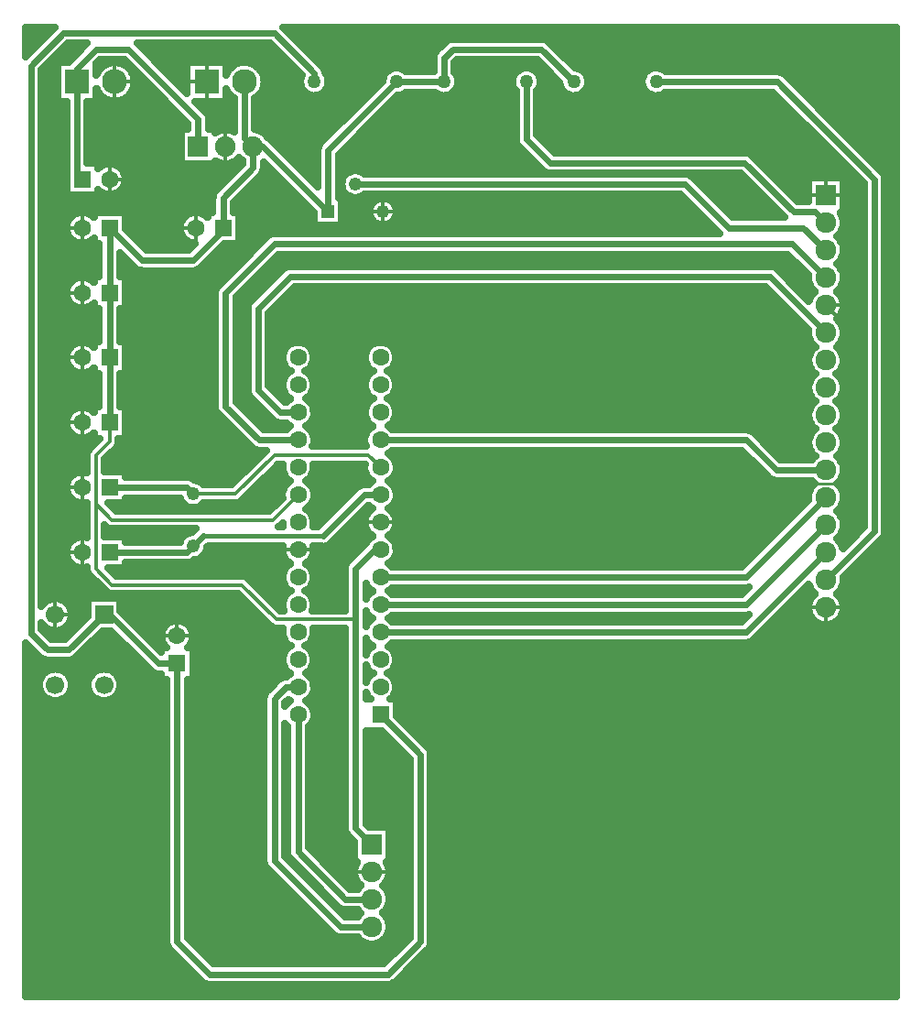
<source format=gbr>
G04 DipTrace 4.2.0.1*
G04 2 - Bottom.gbr*
%MOIN*%
G04 #@! TF.FileFunction,Copper,L2,Bot*
G04 #@! TF.Part,Single*
G04 #@! TA.AperFunction,Conductor*
%ADD13C,0.023622*%
%ADD14C,0.01063*%
G04 #@! TA.AperFunction,CopperBalancing*
%ADD15C,0.012992*%
G04 #@! TA.AperFunction,Conductor*
%ADD16C,0.015748*%
G04 #@! TA.AperFunction,CopperBalancing*
%ADD17C,0.025*%
G04 #@! TA.AperFunction,ComponentPad*
%ADD18C,0.062992*%
%ADD19R,0.062992X0.062992*%
%ADD20R,0.075591X0.075591*%
%ADD21C,0.075591*%
%ADD22R,0.090551X0.090551*%
%ADD23C,0.090551*%
%ADD25R,0.04811X0.04811*%
%ADD26C,0.04811*%
%ADD27C,0.05*%
%ADD28C,0.05*%
%ADD29R,0.066929X0.066929*%
%ADD30C,0.066929*%
%ADD31R,0.074803X0.074803*%
%ADD32C,0.074803*%
%ADD33C,0.048*%
%FSLAX26Y26*%
G04*
G70*
G90*
G75*
G01*
G04 Bottom*
%LPD*%
X620079Y3759843D2*
D13*
Y3424409D1*
X638976Y3405512D1*
X620079Y3759843D2*
Y3809055D1*
X688976Y3877953D1*
X807087D1*
X1061417Y3623622D1*
Y3523622D1*
X1692913Y784252D2*
X1597638D1*
X1424818Y957072D1*
Y1456295D1*
X1633858Y3387402D2*
X2833071D1*
X2992126Y3228346D1*
X3264567D1*
X3346457Y3146457D1*
X1424793Y2556295D2*
X1361028D1*
X1279528Y2637795D1*
Y2933071D1*
X1397638Y3051181D1*
X3141732D1*
X3346457Y2846457D1*
X1724807Y1956303D2*
X3056303D1*
X3346457Y2246457D1*
X2728740Y3759843D2*
X3169291D1*
X3523622Y3405512D1*
Y2123622D1*
X3346457Y1946457D1*
X1724802Y2156303D2*
D14*
X3101185D1*
X3240793Y2295911D1*
X3417958D1*
D15*
X3464567Y2342520D1*
Y2828346D1*
X3346457Y2946457D1*
X1424815Y1556295D2*
D13*
X1379130D1*
X1338583Y1515748D1*
Y925197D1*
X1579528Y684252D1*
X1692913D1*
X738976Y3228346D2*
Y2992126D1*
Y2755906D2*
Y2992126D1*
Y2519685D2*
Y2755906D1*
X1230315Y3759843D2*
Y3554724D1*
X1261417Y3523622D1*
X1152362Y3228346D2*
Y3337402D1*
X1261417Y3446457D1*
Y3523622D1*
X1533858Y3287402D2*
Y3509843D1*
X1783858Y3759843D1*
X1152362Y3228346D2*
Y3219291D1*
X1043307Y3110236D1*
X857087D1*
X738976Y3228346D1*
X1724804Y2056303D2*
X1701972D1*
X1633858Y1988189D1*
Y1803411D1*
Y1043307D1*
X1692913Y984252D1*
X738976Y2519685D2*
D15*
Y2451575D1*
X688976Y2401575D1*
Y2224409D1*
X748031Y2165354D1*
X1333858D1*
X1424799Y2256295D1*
X1783858Y3759843D2*
D13*
X1956299D1*
Y3846063D1*
X1988189Y3877953D1*
X2310630D1*
X2428740Y3759843D1*
X1261417Y3523622D2*
X1297638D1*
X1533858Y3287402D1*
X738976Y2519685D2*
D15*
D3*
X688976Y2224409D2*
Y1988189D1*
X748031Y1929134D1*
X1220472D1*
X1346196Y1803411D1*
X1633858D1*
X1424795Y2456295D2*
D13*
X1283862D1*
X1161417Y2578740D1*
Y2992126D1*
X1338583Y3169291D1*
X3223622D1*
X3346457Y3046457D1*
X1483858Y3759843D2*
Y3791732D1*
X1338583Y3937008D1*
X570866D1*
X452756Y3818898D1*
Y1751969D1*
X511811Y1692913D1*
X590542D1*
X718499Y1820870D1*
X738185D1*
X916142Y1642913D1*
X984254D1*
Y629919D1*
X1102362Y511811D1*
X1751969D1*
X1870079Y629921D1*
Y1311041D1*
X1724817Y1456303D1*
X1724811Y1756303D2*
X3056303D1*
X3346457Y2046457D1*
X1724808Y1856303D2*
X3056303D1*
X3346457Y2146457D1*
X738976Y2047244D2*
X1020199D1*
X1043310Y2070354D1*
X1724799Y2256303D2*
X1665752D1*
X1515748Y2106299D1*
D16*
X1079255D1*
D13*
X1043310Y2070354D1*
X1724795Y2456303D2*
X3055508D1*
X3165354Y2346457D1*
X3346457D1*
X738976Y2283465D2*
X1020194D1*
X1043304Y2260354D1*
D15*
X1197362D1*
X1338583Y2401575D1*
X1679525D1*
X1724798Y2356303D1*
X2256299Y3759843D2*
D13*
Y3550787D1*
X2342520Y3464567D1*
X3051181D1*
X3228346Y3287402D1*
X3305512D1*
X3346457Y3246457D1*
X434694Y3932710D2*
D17*
X510756D1*
X1398687D2*
X3600744D1*
X434694Y3907841D2*
X485889D1*
X1423555D2*
X1962720D1*
X2336107D2*
X3600744D1*
X434694Y3882972D2*
X461021D1*
X572651D2*
X638181D1*
X857876D2*
X1336810D1*
X1448422D2*
X1937404D1*
X2361424D2*
X3600744D1*
X547765Y3858104D2*
X613313D1*
X882744D2*
X1361678D1*
X1473290D2*
X1918080D1*
X2386291D2*
X3600744D1*
X522897Y3833235D2*
X588661D1*
X700076D2*
X796000D1*
X907612D2*
X1386546D1*
X1498176D2*
X1916107D1*
X1999280D2*
X2299529D1*
X2411159D2*
X3600744D1*
X498030Y3808366D2*
X546425D1*
X693742D2*
X703329D1*
X812429D2*
X820868D1*
X932479D2*
X1018859D1*
X1166175D2*
X1175762D1*
X1284862D2*
X1411414D1*
X1520191D2*
X1766039D1*
X1801684D2*
X1916107D1*
X1996499D2*
X2238472D1*
X2274117D2*
X2324397D1*
X2446559D2*
X2710924D1*
X2746569D2*
X3600744D1*
X492952Y3783497D2*
X546425D1*
X827482D2*
X845735D1*
X957347D2*
X1018859D1*
X1299934D2*
X1436281D1*
X1531404D2*
X1736309D1*
X2003856D2*
X2208742D1*
X2303847D2*
X2349283D1*
X2476289D2*
X2681193D1*
X3201454D2*
X3600744D1*
X492952Y3758629D2*
X546425D1*
X831519D2*
X870603D1*
X982215D2*
X1018859D1*
X1303970D2*
X1430486D1*
X1537236D2*
X1726836D1*
X2009669D2*
X2202929D1*
X2309679D2*
X2374150D1*
X2482120D2*
X2675362D1*
X3226322D2*
X3600744D1*
X492952Y3733760D2*
X546425D1*
X826585D2*
X895471D1*
X1007083D2*
X1018859D1*
X1299018D2*
X1437663D1*
X1530059D2*
X1701968D1*
X2002492D2*
X2210106D1*
X2302484D2*
X2382547D1*
X2474925D2*
X2682539D1*
X3251190D2*
X3600744D1*
X492952Y3708891D2*
X546425D1*
X693742D2*
X705697D1*
X810061D2*
X920338D1*
X1166175D2*
X1178130D1*
X1282494D2*
X1677100D1*
X1788712D2*
X2216099D1*
X2296491D2*
X3164428D1*
X3276058D2*
X3600744D1*
X492952Y3684022D2*
X579887D1*
X660280D2*
X945206D1*
X1056836D2*
X1190116D1*
X1270508D2*
X1652232D1*
X1763844D2*
X2216099D1*
X2296491D2*
X3189296D1*
X3300925D2*
X3600744D1*
X492952Y3659154D2*
X579887D1*
X660280D2*
X970074D1*
X1081704D2*
X1190116D1*
X1270508D2*
X1627365D1*
X1738977D2*
X2216099D1*
X2296491D2*
X3214163D1*
X3325793D2*
X3600744D1*
X492952Y3634285D2*
X579887D1*
X660280D2*
X994942D1*
X1100077D2*
X1190116D1*
X1270508D2*
X1602497D1*
X1714109D2*
X2216099D1*
X2296491D2*
X3239031D1*
X3350661D2*
X3600744D1*
X492952Y3609416D2*
X579887D1*
X660280D2*
X1019809D1*
X1101620D2*
X1190116D1*
X1270508D2*
X1577629D1*
X1689241D2*
X2216099D1*
X2296491D2*
X3263899D1*
X3375529D2*
X3600744D1*
X492952Y3584547D2*
X579887D1*
X660280D2*
X995624D1*
X1127205D2*
X1141780D1*
X1181049D2*
X1190116D1*
X1281040D2*
X1552743D1*
X1664373D2*
X2216099D1*
X2296491D2*
X3288767D1*
X3400396D2*
X3600744D1*
X492952Y3559678D2*
X579887D1*
X660280D2*
X995624D1*
X1315938D2*
X1527876D1*
X1639506D2*
X2216099D1*
X2303219D2*
X3313652D1*
X3425264D2*
X3600744D1*
X492952Y3534810D2*
X579887D1*
X660280D2*
X995624D1*
X1342259D2*
X1503116D1*
X1614638D2*
X2219651D1*
X2328087D2*
X3338520D1*
X3450132D2*
X3600744D1*
X492952Y3509941D2*
X579887D1*
X660280D2*
X995624D1*
X1367127D2*
X1493660D1*
X1589770D2*
X2241343D1*
X2352955D2*
X3363388D1*
X3475000D2*
X3600744D1*
X492952Y3485072D2*
X579887D1*
X660280D2*
X995624D1*
X1391994D2*
X1493660D1*
X1574053D2*
X2266211D1*
X3086482D2*
X3388255D1*
X3499867D2*
X3600744D1*
X492952Y3460203D2*
X579098D1*
X698855D2*
X719118D1*
X758836D2*
X1219361D1*
X1416862D2*
X1493660D1*
X1574053D2*
X2291079D1*
X3111349D2*
X3413123D1*
X3524735D2*
X3600744D1*
X492952Y3435335D2*
X579098D1*
X790504D2*
X1194476D1*
X1299934D2*
X1330118D1*
X1441730D2*
X1493660D1*
X1574053D2*
X1617335D1*
X1650378D2*
X2316215D1*
X3136217D2*
X3437991D1*
X3549603D2*
X3600744D1*
X492952Y3410466D2*
X579098D1*
X798649D2*
X1169608D1*
X1281238D2*
X1354986D1*
X1466598D2*
X1493660D1*
X1574053D2*
X1587067D1*
X2865812D2*
X3049473D1*
X3161085D2*
X3462859D1*
X3563490D2*
X3600744D1*
X492952Y3385597D2*
X579098D1*
X795294D2*
X1144740D1*
X1256370D2*
X1379853D1*
X2890679D2*
X3074341D1*
X3185970D2*
X3280280D1*
X3412633D2*
X3483420D1*
X3563813D2*
X3600744D1*
X492952Y3360728D2*
X579098D1*
X777352D2*
X1120249D1*
X1231502D2*
X1404721D1*
X1574053D2*
X1589130D1*
X2915547D2*
X3099208D1*
X3210838D2*
X3280280D1*
X3412633D2*
X3483420D1*
X3563813D2*
X3600744D1*
X492952Y3335860D2*
X1112157D1*
X1206635D2*
X1429589D1*
X1586307D2*
X1719282D1*
X1748432D2*
X2828803D1*
X2940433D2*
X3124076D1*
X3235706D2*
X3280280D1*
X3412633D2*
X3483420D1*
X3563813D2*
X3600744D1*
X492952Y3310991D2*
X1112157D1*
X1192568D2*
X1454457D1*
X1586307D2*
X1687345D1*
X1780369D2*
X2853671D1*
X2965301D2*
X3148944D1*
X3412633D2*
X3483420D1*
X3563813D2*
X3600744D1*
X492952Y3286122D2*
X1112157D1*
X1192568D2*
X1479324D1*
X1586307D2*
X1681442D1*
X1786290D2*
X2878539D1*
X2990168D2*
X3173812D1*
X3412633D2*
X3483420D1*
X3563813D2*
X3600744D1*
X492952Y3261253D2*
X589468D1*
X798865D2*
X1002854D1*
X1212251D2*
X1481424D1*
X1586307D2*
X1688816D1*
X1778898D2*
X2903406D1*
X3410893D2*
X3483420D1*
X3563813D2*
X3600744D1*
X492952Y3236385D2*
X579654D1*
X798865D2*
X993040D1*
X1212251D2*
X2928274D1*
X3411843D2*
X3483420D1*
X3563813D2*
X3600744D1*
X492952Y3211516D2*
X581610D1*
X811622D2*
X994996D1*
X1212251D2*
X2953142D1*
X3402191D2*
X3483420D1*
X3563813D2*
X3600744D1*
X492952Y3186647D2*
X597058D1*
X836489D2*
X1010444D1*
X1212251D2*
X1300119D1*
X3398351D2*
X3483420D1*
X3563813D2*
X3600744D1*
X492952Y3161778D2*
X698772D1*
X861357D2*
X1039043D1*
X1150655D2*
X1275251D1*
X3410767D2*
X3483420D1*
X3563813D2*
X3600744D1*
X492952Y3136909D2*
X698772D1*
X1125788D2*
X1250383D1*
X3411915D2*
X3483420D1*
X3563813D2*
X3600744D1*
X492952Y3112041D2*
X698772D1*
X779182D2*
X799463D1*
X1100920D2*
X1225516D1*
X1337145D2*
X3225054D1*
X3402532D2*
X3483420D1*
X3563813D2*
X3600744D1*
X492952Y3087172D2*
X698772D1*
X779182D2*
X824330D1*
X1076052D2*
X1200648D1*
X1312278D2*
X1383926D1*
X3155451D2*
X3249922D1*
X3397920D2*
X3483420D1*
X3563813D2*
X3600744D1*
X492952Y3062303D2*
X698772D1*
X779182D2*
X1175780D1*
X1287410D2*
X1352940D1*
X3186419D2*
X3274808D1*
X3410641D2*
X3483420D1*
X3563813D2*
X3600744D1*
X492952Y3037434D2*
X601256D1*
X798865D2*
X1150912D1*
X1262542D2*
X1328073D1*
X3211287D2*
X3280926D1*
X3411987D2*
X3483420D1*
X3563813D2*
X3600744D1*
X492952Y3012566D2*
X582866D1*
X798865D2*
X1127247D1*
X1237674D2*
X1303205D1*
X1414835D2*
X3124543D1*
X3236154D2*
X3290040D1*
X3402872D2*
X3483420D1*
X3563813D2*
X3600744D1*
X492952Y2987697D2*
X579259D1*
X798865D2*
X1121218D1*
X1212807D2*
X1278337D1*
X1389967D2*
X3149410D1*
X3261022D2*
X3295441D1*
X3397472D2*
X3483420D1*
X3563813D2*
X3600744D1*
X492952Y2962828D2*
X587136D1*
X798865D2*
X1121218D1*
X1201611D2*
X1253469D1*
X1365099D2*
X3174278D1*
X3410498D2*
X3483420D1*
X3563813D2*
X3600744D1*
X492952Y2937959D2*
X617530D1*
X660423D2*
X679089D1*
X798865D2*
X1121218D1*
X1201611D2*
X1239654D1*
X1340231D2*
X3199146D1*
X3412077D2*
X3483420D1*
X3563813D2*
X3600744D1*
X492952Y2913091D2*
X698772D1*
X779182D2*
X1121218D1*
X1201611D2*
X1239331D1*
X1319724D2*
X3224014D1*
X3403195D2*
X3483420D1*
X3563813D2*
X3600744D1*
X492952Y2888222D2*
X698772D1*
X779182D2*
X1121218D1*
X1201611D2*
X1239331D1*
X1319724D2*
X3248881D1*
X3397023D2*
X3483420D1*
X3563813D2*
X3600744D1*
X492952Y2863353D2*
X698772D1*
X779182D2*
X1121218D1*
X1201611D2*
X1239331D1*
X1319724D2*
X3273749D1*
X3410354D2*
X3483420D1*
X3563813D2*
X3600744D1*
X492952Y2838484D2*
X698772D1*
X779182D2*
X1121218D1*
X1201611D2*
X1239331D1*
X1319724D2*
X3280782D1*
X3412131D2*
X3483420D1*
X3563813D2*
X3600744D1*
X492952Y2813615D2*
X698772D1*
X779182D2*
X1121218D1*
X1201611D2*
X1239331D1*
X1319724D2*
X3289395D1*
X3403518D2*
X3483420D1*
X3563813D2*
X3600744D1*
X492952Y2788747D2*
X589415D1*
X798865D2*
X1121218D1*
X1201611D2*
X1239331D1*
X1319724D2*
X1376409D1*
X1473182D2*
X1676400D1*
X1773174D2*
X3297935D1*
X3394978D2*
X3483420D1*
X3563813D2*
X3600744D1*
X492952Y2763878D2*
X579654D1*
X798865D2*
X1121218D1*
X1201611D2*
X1239331D1*
X1319724D2*
X1366594D1*
X1482979D2*
X1666604D1*
X1782971D2*
X3283940D1*
X3408973D2*
X3483420D1*
X3563813D2*
X3600744D1*
X492952Y2739009D2*
X581646D1*
X798865D2*
X1121218D1*
X1201611D2*
X1239331D1*
X1319724D2*
X1368819D1*
X1480772D2*
X1668811D1*
X1780764D2*
X3281895D1*
X3411018D2*
X3483420D1*
X3563813D2*
X3600744D1*
X492952Y2714140D2*
X597130D1*
X798865D2*
X1121218D1*
X1201611D2*
X1239331D1*
X1319724D2*
X1385128D1*
X1464463D2*
X1685120D1*
X1764454D2*
X3290453D1*
X3402460D2*
X3483420D1*
X3563813D2*
X3600744D1*
X492952Y2689272D2*
X698772D1*
X779182D2*
X1121218D1*
X1201611D2*
X1239331D1*
X1319724D2*
X1376785D1*
X1472806D2*
X1676777D1*
X1772797D2*
X3298419D1*
X3394493D2*
X3483420D1*
X3563813D2*
X3600744D1*
X492952Y2664403D2*
X698772D1*
X779182D2*
X1121218D1*
X1201611D2*
X1239331D1*
X1319724D2*
X1366684D1*
X1482907D2*
X1666676D1*
X1782899D2*
X3284084D1*
X3408829D2*
X3483420D1*
X3563813D2*
X3600744D1*
X492952Y2639534D2*
X698772D1*
X779182D2*
X1121218D1*
X1201611D2*
X1239331D1*
X1333593D2*
X1368640D1*
X1480933D2*
X1668649D1*
X1780925D2*
X3281841D1*
X3411072D2*
X3483420D1*
X3563813D2*
X3600744D1*
X492952Y2614665D2*
X698772D1*
X779182D2*
X1121218D1*
X1201611D2*
X1247261D1*
X1358461D2*
X1384536D1*
X1465055D2*
X1684546D1*
X1765046D2*
X3290148D1*
X3402765D2*
X3483420D1*
X3563813D2*
X3600744D1*
X492952Y2589797D2*
X698772D1*
X779182D2*
X1121218D1*
X1206168D2*
X1271716D1*
X1473882D2*
X1677172D1*
X1772421D2*
X3298922D1*
X3393991D2*
X3483420D1*
X3563813D2*
X3600744D1*
X492952Y2564928D2*
X601185D1*
X798865D2*
X1123838D1*
X1231036D2*
X1296584D1*
X1484019D2*
X1666765D1*
X1782827D2*
X3284245D1*
X3408668D2*
X3483420D1*
X3563813D2*
X3600744D1*
X492952Y2540059D2*
X582830D1*
X798865D2*
X1144292D1*
X1255904D2*
X1321452D1*
X1482333D2*
X1668488D1*
X1781087D2*
X3281787D1*
X3411126D2*
X3483420D1*
X3563813D2*
X3600744D1*
X492952Y2515190D2*
X579277D1*
X798865D2*
X1169159D1*
X1280771D2*
X1382258D1*
X1467333D2*
X1683972D1*
X1765621D2*
X3289843D1*
X3403070D2*
X3483420D1*
X3563813D2*
X3600744D1*
X492952Y2490322D2*
X587172D1*
X798865D2*
X1194027D1*
X1473505D2*
X1676077D1*
X3074245D2*
X3299442D1*
X3393471D2*
X3483420D1*
X3563813D2*
X3600744D1*
X492952Y2465453D2*
X617727D1*
X660226D2*
X679089D1*
X798865D2*
X1218895D1*
X1483948D2*
X1665653D1*
X3102163D2*
X3284407D1*
X3408506D2*
X3483420D1*
X3563813D2*
X3600744D1*
X492952Y2440584D2*
X679699D1*
X771934D2*
X1243763D1*
X1482476D2*
X1667106D1*
X3127031D2*
X3281733D1*
X3411180D2*
X3483420D1*
X3563813D2*
X3600744D1*
X492952Y2415715D2*
X657343D1*
X751408D2*
X1304425D1*
X1767863D2*
X3040287D1*
X3151898D2*
X3289538D1*
X3403375D2*
X3483420D1*
X3563813D2*
X3600744D1*
X492952Y2390846D2*
X654096D1*
X726540D2*
X1279557D1*
X1773120D2*
X3065154D1*
X3176784D2*
X3298294D1*
X3394619D2*
X3483420D1*
X3563813D2*
X3600744D1*
X492952Y2365978D2*
X654096D1*
X723867D2*
X1254689D1*
X1351284D2*
X1366935D1*
X1482656D2*
X1665743D1*
X1783850D2*
X3090022D1*
X3409565D2*
X3483420D1*
X3563813D2*
X3600744D1*
X492952Y2341109D2*
X654096D1*
X723867D2*
X1229822D1*
X1326416D2*
X1368191D1*
X1481400D2*
X1666963D1*
X1782630D2*
X3114890D1*
X3412418D2*
X3483420D1*
X3563813D2*
X3600744D1*
X492952Y2316240D2*
X589379D1*
X1041316D2*
X1204954D1*
X1301548D2*
X1382868D1*
X1466723D2*
X1681209D1*
X1768384D2*
X3140314D1*
X3405008D2*
X3483420D1*
X3563813D2*
X3600744D1*
X492952Y2291371D2*
X579636D1*
X1276681D2*
X1376893D1*
X1472716D2*
X1649415D1*
X1772726D2*
X3298814D1*
X3394099D2*
X3483420D1*
X3563813D2*
X3600744D1*
X492952Y2266503D2*
X581664D1*
X1251813D2*
X1365841D1*
X1483768D2*
X1620134D1*
X1783760D2*
X3283510D1*
X3409403D2*
X3483420D1*
X3563813D2*
X3600744D1*
X492952Y2241634D2*
X597201D1*
X798865D2*
X994565D1*
X1226945D2*
X1361840D1*
X1482781D2*
X1595266D1*
X1782773D2*
X3280459D1*
X3412454D2*
X3483420D1*
X3563813D2*
X3600744D1*
X492952Y2216765D2*
X654096D1*
X744913D2*
X1016544D1*
X1070059D2*
X1336972D1*
X1468894D2*
X1570398D1*
X1768886D2*
X3260956D1*
X3405295D2*
X3483420D1*
X3563813D2*
X3600744D1*
X492952Y2191896D2*
X654096D1*
X1470796D2*
X1545531D1*
X1657161D2*
X1677297D1*
X1772313D2*
X3236089D1*
X3393578D2*
X3483420D1*
X3563813D2*
X3600744D1*
X492952Y2167028D2*
X654096D1*
X1482476D2*
X1520663D1*
X1632293D2*
X1665940D1*
X1783670D2*
X3211221D1*
X3409224D2*
X3483420D1*
X3563813D2*
X3600744D1*
X492952Y2142159D2*
X654096D1*
X1358945D2*
X1367904D1*
X1481687D2*
X1495795D1*
X1607425D2*
X1666694D1*
X1782917D2*
X3186353D1*
X3412489D2*
X3483420D1*
X3563813D2*
X3600744D1*
X492952Y2117290D2*
X654096D1*
X723867D2*
X1023900D1*
X1582557D2*
X1680222D1*
X1769388D2*
X3161485D1*
X3405564D2*
X3461477D1*
X3563275D2*
X3600744D1*
X492952Y2092421D2*
X601095D1*
X798865D2*
X996072D1*
X1557690D2*
X1677710D1*
X1771900D2*
X3136618D1*
X3393022D2*
X3436609D1*
X3548239D2*
X3600744D1*
X492952Y2067552D2*
X582812D1*
X1096327D2*
X1366038D1*
X1483571D2*
X1657418D1*
X1783581D2*
X3111750D1*
X3523372D2*
X3600744D1*
X492952Y2042684D2*
X579277D1*
X1087320D2*
X1366558D1*
X1483051D2*
X1632550D1*
X1783042D2*
X3086864D1*
X3498504D2*
X3600744D1*
X492952Y2017815D2*
X587208D1*
X1046250D2*
X1379746D1*
X1469863D2*
X1607664D1*
X1769873D2*
X3061996D1*
X3473618D2*
X3600744D1*
X492952Y1992946D2*
X617925D1*
X798865D2*
X1379692D1*
X1469917D2*
X1593956D1*
X3448750D2*
X3600744D1*
X492952Y1968077D2*
X661093D1*
X757383D2*
X1367348D1*
X1482261D2*
X1593669D1*
X3423883D2*
X3600744D1*
X492952Y1943209D2*
X685656D1*
X1254701D2*
X1367653D1*
X1481956D2*
X1593669D1*
X3412561D2*
X3600744D1*
X492952Y1918340D2*
X710524D1*
X1279569D2*
X1380858D1*
X1468751D2*
X1593669D1*
X1770339D2*
X3062535D1*
X3274156D2*
X3286811D1*
X3406102D2*
X3600744D1*
X492952Y1893471D2*
X1207843D1*
X1304437D2*
X1380158D1*
X1469450D2*
X1593669D1*
X3249288D2*
X3301003D1*
X3391910D2*
X3600744D1*
X492952Y1868602D2*
X503580D1*
X579092D2*
X656644D1*
X780348D2*
X1232710D1*
X1329305D2*
X1367473D1*
X1482153D2*
X1593669D1*
X3224420D2*
X3284245D1*
X3408668D2*
X3600744D1*
X598595Y1843734D2*
X656644D1*
X780348D2*
X1257578D1*
X1354172D2*
X1367527D1*
X1482082D2*
X1593669D1*
X3199553D2*
X3280334D1*
X3412579D2*
X3600744D1*
X603152Y1818865D2*
X656644D1*
X795994D2*
X1282446D1*
X3174685D2*
X3286560D1*
X3406353D2*
X3600744D1*
X596747Y1793996D2*
X635813D1*
X820880D2*
X955613D1*
X1012896D2*
X1307314D1*
X3149799D2*
X3307857D1*
X3385056D2*
X3600744D1*
X492952Y1769127D2*
X509752D1*
X572920D2*
X610945D1*
X845747D2*
X930709D1*
X1037800D2*
X1367599D1*
X1482028D2*
X1593669D1*
X3124931D2*
X3600744D1*
X516277Y1744259D2*
X586077D1*
X697707D2*
X758985D1*
X870615D2*
X924375D1*
X1044115D2*
X1367420D1*
X1482207D2*
X1593669D1*
X3100064D2*
X3600744D1*
X672821Y1719390D2*
X783853D1*
X895483D2*
X929417D1*
X1039091D2*
X1379925D1*
X1469702D2*
X1593669D1*
X3066440D2*
X3600744D1*
X434694Y1694521D2*
X454400D1*
X647954D2*
X808721D1*
X1044133D2*
X1381109D1*
X1468517D2*
X1593669D1*
X1768527D2*
X3600744D1*
X434694Y1669652D2*
X479268D1*
X623086D2*
X833588D1*
X1044133D2*
X1367725D1*
X1481902D2*
X1593669D1*
X1781912D2*
X3600744D1*
X434694Y1644783D2*
X858456D1*
X1044133D2*
X1367312D1*
X1482315D2*
X1593669D1*
X1782325D2*
X3600744D1*
X434694Y1619915D2*
X519781D1*
X562908D2*
X696924D1*
X740086D2*
X883324D1*
X1044133D2*
X1379477D1*
X1470150D2*
X1593669D1*
X1770142D2*
X3600744D1*
X434694Y1595046D2*
X489064D1*
X593625D2*
X666225D1*
X770803D2*
X924375D1*
X1044133D2*
X1379997D1*
X1469630D2*
X1593669D1*
X1674062D2*
X1681604D1*
X1768025D2*
X3600744D1*
X434694Y1570177D2*
X480901D1*
X601771D2*
X658079D1*
X778949D2*
X944058D1*
X1024451D2*
X1337205D1*
X1482997D2*
X1593669D1*
X1781768D2*
X3600744D1*
X434694Y1545308D2*
X484094D1*
X598595D2*
X661255D1*
X775755D2*
X944058D1*
X1024451D2*
X1312337D1*
X1483643D2*
X1593669D1*
X1782432D2*
X3600744D1*
X434694Y1520440D2*
X501409D1*
X581281D2*
X678569D1*
X758441D2*
X944058D1*
X1024451D2*
X1298683D1*
X1472124D2*
X1593669D1*
X1770590D2*
X3600744D1*
X434694Y1495571D2*
X944058D1*
X1024451D2*
X1298378D1*
X1469145D2*
X1593669D1*
X1784693D2*
X3600744D1*
X434694Y1470702D2*
X944058D1*
X1024451D2*
X1298378D1*
X1482853D2*
X1593669D1*
X1784693D2*
X3600744D1*
X434694Y1445833D2*
X944058D1*
X1024451D2*
X1298378D1*
X1483732D2*
X1593669D1*
X1791098D2*
X3600744D1*
X434694Y1420965D2*
X944058D1*
X1024451D2*
X1298378D1*
X1472536D2*
X1593669D1*
X1815966D2*
X3600744D1*
X434694Y1396096D2*
X944058D1*
X1024451D2*
X1298378D1*
X1465019D2*
X1593669D1*
X1674062D2*
X1729204D1*
X1840834D2*
X3600744D1*
X434694Y1371227D2*
X944058D1*
X1024451D2*
X1298378D1*
X1465019D2*
X1593669D1*
X1674062D2*
X1754090D1*
X1865702D2*
X3600744D1*
X434694Y1346358D2*
X944058D1*
X1024451D2*
X1298378D1*
X1465019D2*
X1593669D1*
X1674062D2*
X1778957D1*
X1890569D2*
X3600744D1*
X434694Y1321490D2*
X944058D1*
X1024451D2*
X1298378D1*
X1465019D2*
X1593669D1*
X1674062D2*
X1803825D1*
X1908798D2*
X3600744D1*
X434694Y1296621D2*
X944058D1*
X1024451D2*
X1298378D1*
X1465019D2*
X1593669D1*
X1674062D2*
X1828693D1*
X1910270D2*
X3600744D1*
X434694Y1271752D2*
X944058D1*
X1024451D2*
X1298378D1*
X1465019D2*
X1593669D1*
X1674062D2*
X1829877D1*
X1910270D2*
X3600744D1*
X434694Y1246883D2*
X944058D1*
X1024451D2*
X1298378D1*
X1465019D2*
X1593669D1*
X1674062D2*
X1829877D1*
X1910270D2*
X3600744D1*
X434694Y1222014D2*
X944058D1*
X1024451D2*
X1298378D1*
X1465019D2*
X1593669D1*
X1674062D2*
X1829877D1*
X1910270D2*
X3600744D1*
X434694Y1197146D2*
X944058D1*
X1024451D2*
X1298378D1*
X1465019D2*
X1593669D1*
X1674062D2*
X1829877D1*
X1910270D2*
X3600744D1*
X434694Y1172277D2*
X944058D1*
X1024451D2*
X1298378D1*
X1465019D2*
X1593669D1*
X1674062D2*
X1829877D1*
X1910270D2*
X3600744D1*
X434694Y1147408D2*
X944058D1*
X1024451D2*
X1298378D1*
X1465019D2*
X1593669D1*
X1674062D2*
X1829877D1*
X1910270D2*
X3600744D1*
X434694Y1122539D2*
X944058D1*
X1024451D2*
X1298378D1*
X1465019D2*
X1593669D1*
X1674062D2*
X1829877D1*
X1910270D2*
X3600744D1*
X434694Y1097671D2*
X944058D1*
X1024451D2*
X1298378D1*
X1465019D2*
X1593669D1*
X1674062D2*
X1829877D1*
X1910270D2*
X3600744D1*
X434694Y1072802D2*
X944058D1*
X1024451D2*
X1298378D1*
X1465019D2*
X1593669D1*
X1674062D2*
X1829877D1*
X1910270D2*
X3600744D1*
X434694Y1047933D2*
X944058D1*
X1024451D2*
X1298378D1*
X1465019D2*
X1593669D1*
X1685043D2*
X1829877D1*
X1910270D2*
X3600744D1*
X434694Y1023064D2*
X944058D1*
X1024451D2*
X1298378D1*
X1465019D2*
X1599554D1*
X1759090D2*
X1829877D1*
X1910270D2*
X3600744D1*
X434694Y998196D2*
X944058D1*
X1024451D2*
X1298378D1*
X1465019D2*
X1623166D1*
X1759090D2*
X1829877D1*
X1910270D2*
X3600744D1*
X434694Y973327D2*
X944058D1*
X1024451D2*
X1298378D1*
X1465019D2*
X1626737D1*
X1759090D2*
X1829877D1*
X1910270D2*
X3600744D1*
X434694Y948458D2*
X944058D1*
X1024451D2*
X1298378D1*
X1489241D2*
X1626737D1*
X1759090D2*
X1829877D1*
X1910270D2*
X3600744D1*
X434694Y923589D2*
X944058D1*
X1024451D2*
X1298414D1*
X1514108D2*
X1626737D1*
X1759090D2*
X1829877D1*
X1910270D2*
X3600744D1*
X434694Y898720D2*
X944058D1*
X1024451D2*
X1309251D1*
X1538976D2*
X1628405D1*
X1757421D2*
X1829877D1*
X1910270D2*
X3600744D1*
X434694Y873852D2*
X944058D1*
X1024451D2*
X1334119D1*
X1563844D2*
X1627580D1*
X1758246D2*
X1829877D1*
X1910270D2*
X3600744D1*
X434694Y848983D2*
X944058D1*
X1024451D2*
X1358987D1*
X1588712D2*
X1637394D1*
X1748432D2*
X1829877D1*
X1910270D2*
X3600744D1*
X434694Y824114D2*
X944058D1*
X1024451D2*
X1383855D1*
X1613579D2*
X1640749D1*
X1745077D2*
X1829877D1*
X1910270D2*
X3600744D1*
X434694Y799245D2*
X944058D1*
X1024451D2*
X1408722D1*
X1757295D2*
X1829877D1*
X1910270D2*
X3600744D1*
X434694Y774377D2*
X944058D1*
X1024451D2*
X1433590D1*
X1758318D2*
X1829877D1*
X1910270D2*
X3600744D1*
X434694Y749508D2*
X944058D1*
X1024451D2*
X1458458D1*
X1570088D2*
X1580518D1*
X1748773D2*
X1829877D1*
X1910270D2*
X3600744D1*
X434694Y724639D2*
X944058D1*
X1024451D2*
X1483325D1*
X1594955D2*
X1641180D1*
X1744646D2*
X1829877D1*
X1910270D2*
X3600744D1*
X434694Y699770D2*
X944058D1*
X1024451D2*
X1508193D1*
X1757170D2*
X1829877D1*
X1910270D2*
X3600744D1*
X434694Y674902D2*
X944058D1*
X1024451D2*
X1533061D1*
X1758408D2*
X1829877D1*
X1910270D2*
X3600744D1*
X434694Y650033D2*
X944058D1*
X1024451D2*
X1561212D1*
X1749114D2*
X1829877D1*
X1910270D2*
X3600744D1*
X434694Y625164D2*
X944363D1*
X1044815D2*
X1666676D1*
X1719168D2*
X1809513D1*
X1909983D2*
X3600744D1*
X434694Y600295D2*
X958071D1*
X1069683D2*
X1784645D1*
X1896257D2*
X3600744D1*
X434694Y575427D2*
X982938D1*
X1094550D2*
X1759777D1*
X1871389D2*
X3600744D1*
X434694Y550558D2*
X1007806D1*
X1119418D2*
X1734910D1*
X1846521D2*
X3600744D1*
X434694Y525689D2*
X1032674D1*
X1821654D2*
X3600744D1*
X434694Y500820D2*
X1057542D1*
X1796786D2*
X3600744D1*
X434694Y475951D2*
X1088241D1*
X1766087D2*
X3600744D1*
X434694Y451083D2*
X3600744D1*
X730622Y2138052D2*
X738968Y2134267D1*
X748031Y2132972D1*
X1052599Y2132955D1*
X1039672Y2120025D1*
X1038674Y2120024D1*
X1029626Y2118327D1*
X1021044Y2114996D1*
X1013221Y2110144D1*
X1006422Y2103938D1*
X1000879Y2096588D1*
X996781Y2088345D1*
X995608Y2084941D1*
X796358Y2084934D1*
Y2104626D1*
X721358Y2104630D1*
X721359Y2146231D1*
X725120Y2142471D1*
X730622Y2138052D1*
X1220453Y1961516D2*
X761442Y1961519D1*
X733104Y1989862D1*
X796358D1*
X796366Y2009547D1*
X1020174D1*
X1022247Y2009603D1*
X1031268Y2011209D1*
X1039636Y2014944D1*
X1046859Y2020593D1*
X1046947Y2020684D1*
X1047945D1*
X1056993Y2022382D1*
X1065575Y2025713D1*
X1073398Y2030564D1*
X1080198Y2036771D1*
X1085740Y2044120D1*
X1089838Y2052364D1*
X1092352Y2061220D1*
X1093075Y2066808D1*
X1098804Y2072539D1*
X1369790D1*
X1369446Y2071400D1*
X1368720Y2068432D1*
X1368154Y2065430D1*
X1367748Y2062402D1*
X1367504Y2059357D1*
X1367422Y2056303D1*
X1367503Y2053249D1*
X1367747Y2050203D1*
X1368152Y2047175D1*
X1368718Y2044173D1*
X1369442Y2041205D1*
X1370324Y2038280D1*
X1371360Y2035406D1*
X1372548Y2032591D1*
X1373883Y2029843D1*
X1375363Y2027171D1*
X1376983Y2024581D1*
X1378739Y2022081D1*
X1380625Y2019677D1*
X1382637Y2017378D1*
X1384768Y2015189D1*
X1387013Y2013116D1*
X1389364Y2011166D1*
X1391816Y2009344D1*
X1394362Y2007655D1*
X1396994Y2006104D1*
X1398080Y2005517D1*
X1393979Y2003287D1*
X1386665Y1997572D1*
X1380391Y1990731D1*
X1375329Y1982951D1*
X1371616Y1974444D1*
X1369355Y1965441D1*
X1368606Y1956190D1*
X1369390Y1946941D1*
X1371685Y1937947D1*
X1375430Y1929454D1*
X1380521Y1921693D1*
X1386821Y1914876D1*
X1394157Y1909188D1*
X1399336Y1906398D1*
X1399340Y1906201D1*
X1393981Y1903287D1*
X1386667Y1897572D1*
X1380393Y1890731D1*
X1375331Y1882951D1*
X1371619Y1874444D1*
X1369357Y1865441D1*
X1368608Y1856190D1*
X1369392Y1846941D1*
X1371688Y1837947D1*
X1372635Y1835799D1*
X1359608Y1835793D1*
X1242883Y1952508D1*
X1235445Y1957846D1*
X1226801Y1960890D1*
X1220453Y1961516D1*
X1640608Y920571D2*
X1629232D1*
Y994627D1*
X1607203Y1016651D1*
X1601558Y1023871D1*
X1597823Y1032238D1*
X1596218Y1041269D1*
X1596161Y1052356D1*
Y1771035D1*
X1479044Y1771029D1*
X1480228Y1765651D1*
X1481012Y1756296D1*
X1480263Y1747150D1*
X1478001Y1738148D1*
X1474288Y1729641D1*
X1469226Y1721861D1*
X1462953Y1715020D1*
X1455639Y1709305D1*
X1450279Y1706391D1*
X1455463Y1703403D1*
X1462799Y1697716D1*
X1469098Y1690899D1*
X1474190Y1683138D1*
X1477934Y1674645D1*
X1480230Y1665651D1*
X1481014Y1656296D1*
X1480265Y1647150D1*
X1478003Y1638148D1*
X1474291Y1629641D1*
X1469229Y1621861D1*
X1462955Y1615020D1*
X1455641Y1609305D1*
X1451540Y1607075D1*
X1457172Y1603685D1*
X1464354Y1597881D1*
X1470513Y1591000D1*
X1475488Y1583220D1*
X1479151Y1574743D1*
X1481407Y1565788D1*
X1482196Y1556587D1*
X1482197Y1556296D1*
X1481463Y1547149D1*
X1479263Y1538180D1*
X1475651Y1529681D1*
X1470724Y1521871D1*
X1464607Y1514952D1*
X1457460Y1509105D1*
X1452784Y1506399D1*
X1460186Y1501482D1*
X1466976Y1495223D1*
X1472675Y1487956D1*
X1477134Y1479869D1*
X1480238Y1471172D1*
X1481906Y1462089D1*
X1482199Y1456296D1*
X1481466Y1447149D1*
X1479265Y1438180D1*
X1475654Y1429681D1*
X1470726Y1421871D1*
X1464609Y1414952D1*
X1462508Y1413233D1*
X1462514Y1254137D1*
Y972688D1*
X1613258Y821944D1*
X1641587Y821949D1*
X1642860Y823621D1*
X1648972Y830344D1*
X1653591Y834157D1*
X1651424Y835942D1*
X1649155Y837986D1*
X1646987Y840138D1*
X1644925Y842390D1*
X1642973Y844739D1*
X1641136Y847179D1*
X1639418Y849704D1*
X1637823Y852309D1*
X1636355Y854987D1*
X1635017Y857732D1*
X1633812Y860538D1*
X1632743Y863399D1*
X1631813Y866308D1*
X1631023Y869258D1*
X1630375Y872243D1*
X1629871Y875255D1*
X1629512Y878288D1*
X1629299Y881335D1*
X1629232Y884388D1*
X1629312Y887441D1*
X1629538Y890487D1*
X1629910Y893518D1*
X1630427Y896528D1*
X1631087Y899510D1*
X1631890Y902456D1*
X1632833Y905361D1*
X1633914Y908218D1*
X1635131Y911019D1*
X1636481Y913758D1*
X1637960Y916430D1*
X1639566Y919028D1*
X1640625Y920569D1*
X1088056Y3650294D2*
X1049668Y3688681D1*
X1163681D1*
X1163683Y3735190D1*
X1166174Y3729022D1*
X1170642Y3721073D1*
X1176090Y3713760D1*
X1182428Y3707205D1*
X1189552Y3701513D1*
X1192619Y3699650D1*
Y3578664D1*
X1190900Y3579623D1*
X1188160Y3580982D1*
X1185357Y3582207D1*
X1182499Y3583295D1*
X1179591Y3584244D1*
X1176641Y3585051D1*
X1173656Y3585715D1*
X1170642Y3586234D1*
X1167606Y3586606D1*
X1164556Y3586832D1*
X1161498Y3586909D1*
X1158440Y3586839D1*
X1155390Y3586622D1*
X1152353Y3586257D1*
X1149337Y3585746D1*
X1146350Y3585090D1*
X1143398Y3584290D1*
X1140488Y3583349D1*
X1137627Y3582268D1*
X1134821Y3581050D1*
X1132078Y3579698D1*
X1129403Y3578215D1*
X1126803Y3576604D1*
X1124705Y3575166D1*
Y3586909D1*
X1099114Y3586913D1*
Y3623622D1*
X1098228Y3631750D1*
X1095179Y3640391D1*
X1090129Y3648048D1*
X1088056Y3650294D1*
X1783705Y3284341D2*
X1783422Y3281279D1*
X1782951Y3278239D1*
X1782294Y3275234D1*
X1781453Y3272275D1*
X1780432Y3269374D1*
X1779234Y3266541D1*
X1777864Y3263787D1*
X1776326Y3261123D1*
X1774628Y3258559D1*
X1772775Y3256104D1*
X1770775Y3253767D1*
X1768634Y3251558D1*
X1766362Y3249485D1*
X1763966Y3247556D1*
X1761456Y3245779D1*
X1758841Y3244159D1*
X1756132Y3242703D1*
X1753338Y3241416D1*
X1750470Y3240304D1*
X1747539Y3239371D1*
X1744556Y3238620D1*
X1741533Y3238054D1*
X1738480Y3237675D1*
X1735410Y3237485D1*
X1732335Y3237484D1*
X1729264Y3237672D1*
X1726212Y3238049D1*
X1723188Y3238614D1*
X1720205Y3239363D1*
X1717274Y3240295D1*
X1714405Y3241405D1*
X1711610Y3242690D1*
X1708900Y3244144D1*
X1706285Y3245763D1*
X1703773Y3247539D1*
X1701377Y3249467D1*
X1699103Y3251538D1*
X1696961Y3253746D1*
X1694959Y3256081D1*
X1693105Y3258535D1*
X1691405Y3261099D1*
X1689866Y3263762D1*
X1688495Y3266515D1*
X1687295Y3269348D1*
X1686272Y3272248D1*
X1685429Y3275206D1*
X1684770Y3278211D1*
X1684298Y3281250D1*
X1684013Y3284313D1*
X1683917Y3287387D1*
X1684011Y3290462D1*
X1684294Y3293525D1*
X1684765Y3296564D1*
X1685422Y3299569D1*
X1686263Y3302528D1*
X1687285Y3305429D1*
X1688483Y3308262D1*
X1689853Y3311016D1*
X1691390Y3313680D1*
X1693088Y3316245D1*
X1694941Y3318700D1*
X1696942Y3321036D1*
X1699082Y3323245D1*
X1701355Y3325318D1*
X1703751Y3327247D1*
X1706261Y3329025D1*
X1708875Y3330645D1*
X1711585Y3332101D1*
X1714379Y3333387D1*
X1717247Y3334499D1*
X1720178Y3335432D1*
X1723160Y3336183D1*
X1726184Y3336749D1*
X1729236Y3337128D1*
X1732306Y3337318D1*
X1735382Y3337319D1*
X1738452Y3337131D1*
X1741505Y3336754D1*
X1744528Y3336189D1*
X1747512Y3335440D1*
X1750443Y3334508D1*
X1753311Y3333398D1*
X1756106Y3332113D1*
X1758816Y3330659D1*
X1761432Y3329040D1*
X1763943Y3327264D1*
X1766340Y3325336D1*
X1768614Y3323265D1*
X1770755Y3321057D1*
X1772757Y3318722D1*
X1774612Y3316268D1*
X1776311Y3313704D1*
X1777850Y3311041D1*
X1779222Y3308288D1*
X1780422Y3305456D1*
X1781445Y3302555D1*
X1782287Y3299597D1*
X1782946Y3296592D1*
X1783419Y3293553D1*
X1783704Y3290490D1*
X1783799Y3287402D1*
X1783705Y3284341D1*
X598789Y1555809D2*
X596651Y1546935D1*
X593151Y1538505D1*
X588375Y1530726D1*
X582441Y1523790D1*
X575495Y1517868D1*
X567708Y1513106D1*
X559272Y1509620D1*
X550395Y1507496D1*
X541295Y1506788D1*
X532196Y1507512D1*
X523322Y1509650D1*
X514892Y1513150D1*
X507113Y1517926D1*
X500177Y1523860D1*
X494255Y1530806D1*
X489492Y1538593D1*
X486006Y1547028D1*
X483883Y1555906D1*
X483174Y1565006D1*
X483898Y1574105D1*
X486037Y1582979D1*
X489537Y1591409D1*
X494313Y1599188D1*
X500247Y1606124D1*
X507192Y1612046D1*
X514979Y1616809D1*
X523415Y1620294D1*
X532293Y1622418D1*
X541393Y1623126D1*
X550492Y1622402D1*
X559366Y1620264D1*
X567796Y1616764D1*
X575575Y1611988D1*
X582510Y1606054D1*
X588433Y1599108D1*
X593195Y1591322D1*
X596681Y1582886D1*
X598805Y1574008D1*
X599513Y1564957D1*
X598789Y1555809D1*
X775955Y1555816D2*
X773816Y1546942D1*
X770316Y1538512D1*
X765540Y1530733D1*
X759606Y1523798D1*
X752660Y1517875D1*
X744874Y1513113D1*
X736438Y1509627D1*
X727560Y1507503D1*
X718460Y1506795D1*
X709361Y1507519D1*
X700487Y1509657D1*
X692057Y1513157D1*
X684278Y1517933D1*
X677342Y1523867D1*
X671420Y1530813D1*
X666658Y1538600D1*
X663172Y1547036D1*
X661048Y1555913D1*
X660340Y1565013D1*
X661064Y1574112D1*
X663202Y1582986D1*
X666702Y1591416D1*
X671478Y1599195D1*
X677412Y1606131D1*
X684358Y1612053D1*
X692145Y1616816D1*
X700581Y1620302D1*
X709458Y1622425D1*
X718558Y1623133D1*
X727657Y1622410D1*
X736531Y1620271D1*
X744961Y1616771D1*
X752740Y1611995D1*
X759676Y1606061D1*
X765598Y1599115D1*
X770361Y1591329D1*
X773847Y1582893D1*
X775970Y1574015D1*
X776678Y1564964D1*
X775955Y1555816D1*
X1671554Y1513684D2*
X1688186D1*
X1686830Y1514882D1*
X1680530Y1521699D1*
X1675439Y1529460D1*
X1671694Y1537954D1*
X1671553Y1538507D1*
X1671555Y1513685D1*
X1671557Y1574178D2*
X1671625Y1574450D1*
X1675338Y1582958D1*
X1680400Y1590738D1*
X1686673Y1597579D1*
X1693987Y1603294D1*
X1699347Y1606207D1*
X1694163Y1609195D1*
X1686828Y1614882D1*
X1680528Y1621699D1*
X1675437Y1629460D1*
X1671692Y1637954D1*
X1671555Y1638489D1*
Y1574239D1*
Y1674178D2*
X1671623Y1674450D1*
X1675335Y1682958D1*
X1680398Y1690738D1*
X1686671Y1697579D1*
X1693985Y1703294D1*
X1698087Y1705523D1*
X1696170Y1706579D1*
X1688565Y1711817D1*
X1681899Y1718208D1*
X1676343Y1725585D1*
X1672044Y1733757D1*
X1671554Y1735219D1*
X1671555Y1674249D1*
X761819Y2428622D2*
X721363Y2388166D1*
Y2340846D1*
X796358D1*
Y2321155D1*
X968237Y2321162D1*
X1020194D1*
X1029290Y2320048D1*
X1037848Y2316772D1*
X1045369Y2311522D1*
X1047875Y2310030D1*
X1056925Y2308345D1*
X1065512Y2305025D1*
X1073342Y2300184D1*
X1080149Y2293986D1*
X1081098Y2292731D1*
X1183944Y2292736D1*
X1309815Y2418602D1*
X1283886Y2418598D1*
X1280823Y2418721D1*
X1271847Y2420564D1*
X1263581Y2424519D1*
X1257206Y2429640D1*
X1134779Y2552067D1*
X1132699Y2554320D1*
X1127656Y2561971D1*
X1124607Y2570612D1*
X1123720Y2578740D1*
Y2992104D1*
X1123843Y2995165D1*
X1125687Y3004141D1*
X1129641Y3012408D1*
X1134762Y3018782D1*
X1311910Y3195930D1*
X1314163Y3198009D1*
X1321813Y3203053D1*
X1330455Y3206102D1*
X1338583Y3206988D1*
X2960170Y3206991D1*
X2817464Y3349705D1*
X1666321Y3349704D1*
X1663988Y3347574D1*
X1656157Y3342715D1*
X1647566Y3339379D1*
X1638509Y3337678D1*
X1629293Y3337670D1*
X1620232Y3339355D1*
X1611636Y3342677D1*
X1603796Y3347522D1*
X1596980Y3353725D1*
X1591420Y3361075D1*
X1587305Y3369321D1*
X1584776Y3378183D1*
X1583917Y3387359D1*
X1584760Y3396536D1*
X1587274Y3405402D1*
X1591375Y3413656D1*
X1596923Y3421015D1*
X1603728Y3427230D1*
X1611559Y3432088D1*
X1620150Y3435424D1*
X1629208Y3437126D1*
X1638424Y3437133D1*
X1647484Y3435448D1*
X1656081Y3432126D1*
X1663920Y3427281D1*
X1666323Y3425094D1*
X2368665Y3425098D1*
X2833046D1*
X2836110Y3424976D1*
X2845086Y3423132D1*
X2853352Y3419178D1*
X2859727Y3414057D1*
X3007744Y3266040D1*
X3196390Y3266043D1*
X3035565Y3426872D1*
X2342520Y3426870D1*
X2333424Y3427984D1*
X2324866Y3431259D1*
X2317345Y3436510D1*
X2309705Y3444070D1*
X2229643Y3524132D1*
X2223999Y3531351D1*
X2220264Y3539719D1*
X2218659Y3548749D1*
X2218602Y3559498D1*
X2218597Y3725965D1*
X2215102Y3729974D1*
X2210430Y3737810D1*
X2207234Y3746355D1*
X2205614Y3755332D1*
X2205623Y3764455D1*
X2207261Y3773430D1*
X2210475Y3781967D1*
X2215162Y3789794D1*
X2221171Y3796658D1*
X2228309Y3802339D1*
X2236347Y3806654D1*
X2245026Y3809464D1*
X2254068Y3810679D1*
X2263181Y3810261D1*
X2272073Y3808222D1*
X2280458Y3804628D1*
X2288066Y3799595D1*
X2294654Y3793284D1*
X2300008Y3785898D1*
X2303958Y3777674D1*
X2306376Y3768878D1*
X2307185Y3759843D1*
X2306358Y3750706D1*
X2303922Y3741914D1*
X2299956Y3733699D1*
X2294586Y3726324D1*
X2294000Y3725764D1*
X2293996Y3566409D1*
X2358137Y3502261D1*
X3051158Y3502264D1*
X3054220Y3502141D1*
X3063196Y3500298D1*
X3071463Y3496343D1*
X3077837Y3491223D1*
X3243963Y3325097D1*
X3282776Y3325098D1*
Y3410138D1*
X3410138D1*
Y3282775D1*
X3398766D1*
X3400079Y3280807D1*
X3404422Y3272826D1*
X3407584Y3264309D1*
X3409503Y3255428D1*
X3410138Y3246457D1*
X3409476Y3237302D1*
X3407532Y3228427D1*
X3404344Y3219918D1*
X3399978Y3211950D1*
X3394523Y3204684D1*
X3388089Y3198269D1*
X3385778Y3196544D1*
X3389870Y3193046D1*
X3396059Y3186393D1*
X3401237Y3178928D1*
X3405301Y3170801D1*
X3408166Y3162179D1*
X3409776Y3153237D1*
X3410138Y3146457D1*
X3409476Y3137302D1*
X3407532Y3128427D1*
X3404344Y3119918D1*
X3399978Y3111950D1*
X3394523Y3104684D1*
X3388089Y3098269D1*
X3385778Y3096544D1*
X3389870Y3093046D1*
X3396059Y3086393D1*
X3401237Y3078928D1*
X3405301Y3070801D1*
X3408166Y3062179D1*
X3409776Y3053237D1*
X3410138Y3046457D1*
X3409476Y3037302D1*
X3407532Y3028427D1*
X3404344Y3019918D1*
X3399978Y3011950D1*
X3394523Y3004684D1*
X3388089Y2998269D1*
X3385778Y2996544D1*
X3387926Y2994785D1*
X3390195Y2992741D1*
X3392364Y2990591D1*
X3394427Y2988339D1*
X3396380Y2985991D1*
X3398218Y2983552D1*
X3399937Y2981027D1*
X3401533Y2978423D1*
X3403002Y2975746D1*
X3404342Y2973001D1*
X3405548Y2970195D1*
X3406618Y2967335D1*
X3407550Y2964427D1*
X3408341Y2961477D1*
X3408990Y2958493D1*
X3409495Y2955481D1*
X3409855Y2952448D1*
X3410070Y2949401D1*
X3410138Y2946457D1*
X3410064Y2943396D1*
X3409844Y2940350D1*
X3409479Y2937318D1*
X3408968Y2934306D1*
X3408314Y2931323D1*
X3407517Y2928375D1*
X3406580Y2925468D1*
X3405504Y2922610D1*
X3404293Y2919806D1*
X3402949Y2917064D1*
X3401475Y2914389D1*
X3399874Y2911788D1*
X3398150Y2909267D1*
X3396308Y2906831D1*
X3394351Y2904487D1*
X3392283Y2902239D1*
X3390111Y2900093D1*
X3387837Y2898053D1*
X3385883Y2896462D1*
X3388229Y2894523D1*
X3394644Y2888089D1*
X3400079Y2880807D1*
X3404422Y2872826D1*
X3407584Y2864309D1*
X3409503Y2855428D1*
X3410138Y2846457D1*
X3409476Y2837302D1*
X3407532Y2828427D1*
X3404344Y2819918D1*
X3399978Y2811950D1*
X3394523Y2804684D1*
X3388089Y2798269D1*
X3384796Y2795812D1*
X3389347Y2791918D1*
X3395509Y2785188D1*
X3400626Y2777633D1*
X3404588Y2769414D1*
X3407311Y2760706D1*
X3408737Y2751693D1*
X3408957Y2746457D1*
X3408283Y2737303D1*
X3406291Y2728399D1*
X3403024Y2719879D1*
X3398552Y2711926D1*
X3392969Y2704709D1*
X3386395Y2698382D1*
X3383835Y2696554D1*
X3386478Y2694463D1*
X3393041Y2688124D1*
X3398611Y2680897D1*
X3403070Y2672937D1*
X3406322Y2664411D1*
X3408298Y2655504D1*
X3408957Y2646457D1*
X3408283Y2637303D1*
X3406291Y2628399D1*
X3403024Y2619879D1*
X3398552Y2611926D1*
X3392969Y2604709D1*
X3386395Y2598382D1*
X3383835Y2596554D1*
X3386478Y2594463D1*
X3393041Y2588124D1*
X3398611Y2580897D1*
X3403070Y2572937D1*
X3406322Y2564411D1*
X3408298Y2555504D1*
X3408957Y2546457D1*
X3408283Y2537303D1*
X3406291Y2528399D1*
X3403024Y2519879D1*
X3398552Y2511926D1*
X3392969Y2504709D1*
X3386395Y2498382D1*
X3383835Y2496554D1*
X3386684Y2494290D1*
X3393220Y2487923D1*
X3398759Y2480672D1*
X3403184Y2472693D1*
X3406399Y2464153D1*
X3408337Y2455237D1*
X3408957Y2446457D1*
X3408283Y2437303D1*
X3406291Y2428399D1*
X3403024Y2419879D1*
X3398552Y2411926D1*
X3392969Y2404709D1*
X3386395Y2398382D1*
X3384836Y2397268D1*
X3389870Y2393046D1*
X3396059Y2386393D1*
X3401237Y2378928D1*
X3405301Y2370801D1*
X3408166Y2362179D1*
X3409776Y2353237D1*
X3410138Y2346457D1*
X3409476Y2337302D1*
X3407532Y2328427D1*
X3404344Y2319918D1*
X3399978Y2311950D1*
X3394523Y2304684D1*
X3388089Y2298269D1*
X3385778Y2296544D1*
X3390208Y2292729D1*
X3396348Y2286031D1*
X3401472Y2278528D1*
X3405476Y2270372D1*
X3408279Y2261729D1*
X3409824Y2252776D1*
X3410138Y2246457D1*
X3409476Y2237302D1*
X3407532Y2228427D1*
X3404344Y2219918D1*
X3399978Y2211950D1*
X3394523Y2204684D1*
X3388089Y2198269D1*
X3385778Y2196544D1*
X3389870Y2193046D1*
X3396059Y2186393D1*
X3401237Y2178928D1*
X3405301Y2170801D1*
X3408166Y2162179D1*
X3409776Y2153237D1*
X3410138Y2146457D1*
X3409476Y2137302D1*
X3407532Y2128427D1*
X3404344Y2119918D1*
X3399978Y2111950D1*
X3394523Y2104684D1*
X3388089Y2098269D1*
X3385778Y2096544D1*
X3388229Y2094523D1*
X3394644Y2088089D1*
X3400079Y2080807D1*
X3404422Y2072826D1*
X3407584Y2064309D1*
X3408189Y2061507D1*
X3485927Y2139239D1*
X3485925Y3389900D1*
X3153679Y3722143D1*
X2762650Y3722148D1*
X2760427Y3720026D1*
X2752808Y3715008D1*
X2744416Y3711431D1*
X2735520Y3709410D1*
X2726406Y3709010D1*
X2717367Y3710244D1*
X2708694Y3713072D1*
X2700664Y3717403D1*
X2693538Y3723098D1*
X2687542Y3729974D1*
X2682871Y3737810D1*
X2679674Y3746355D1*
X2678055Y3755332D1*
X2678064Y3764455D1*
X2679702Y3773430D1*
X2682916Y3781967D1*
X2687603Y3789794D1*
X2693612Y3796658D1*
X2700750Y3802339D1*
X2708788Y3806654D1*
X2717467Y3809464D1*
X2726508Y3810679D1*
X2735622Y3810261D1*
X2744514Y3808222D1*
X2752899Y3804628D1*
X2760507Y3799595D1*
X2762649Y3797542D1*
X3169266Y3797540D1*
X3172330Y3797417D1*
X3181306Y3795573D1*
X3189573Y3791619D1*
X3195947Y3786498D1*
X3550278Y3432168D1*
X3555922Y3424948D1*
X3559657Y3416581D1*
X3561263Y3407550D1*
X3561319Y3396355D1*
Y2123647D1*
X3561196Y2120583D1*
X3559353Y2111607D1*
X3555398Y2103340D1*
X3550278Y2096966D1*
X3409366Y1956061D1*
X3409503Y1955428D1*
X3410138Y1946457D1*
X3409476Y1937302D1*
X3407532Y1928427D1*
X3404344Y1919918D1*
X3399978Y1911950D1*
X3394523Y1904684D1*
X3388089Y1898269D1*
X3385778Y1896544D1*
X3387926Y1894785D1*
X3390195Y1892741D1*
X3392364Y1890591D1*
X3394427Y1888339D1*
X3396380Y1885991D1*
X3398218Y1883552D1*
X3399937Y1881027D1*
X3401533Y1878423D1*
X3403002Y1875746D1*
X3404342Y1873001D1*
X3405548Y1870195D1*
X3406618Y1867335D1*
X3407550Y1864427D1*
X3408341Y1861477D1*
X3408990Y1858493D1*
X3409495Y1855481D1*
X3409855Y1852448D1*
X3410070Y1849401D1*
X3410138Y1846457D1*
X3410064Y1843396D1*
X3409844Y1840350D1*
X3409479Y1837318D1*
X3408968Y1834306D1*
X3408314Y1831323D1*
X3407517Y1828375D1*
X3406580Y1825468D1*
X3405504Y1822610D1*
X3404293Y1819806D1*
X3402949Y1817064D1*
X3401475Y1814389D1*
X3399874Y1811788D1*
X3398150Y1809267D1*
X3396308Y1806831D1*
X3394351Y1804487D1*
X3392283Y1802239D1*
X3390111Y1800093D1*
X3387837Y1798053D1*
X3385469Y1796125D1*
X3383011Y1794312D1*
X3380469Y1792619D1*
X3377849Y1791051D1*
X3375156Y1789609D1*
X3372398Y1788299D1*
X3369579Y1787122D1*
X3366708Y1786081D1*
X3363790Y1785180D1*
X3360832Y1784419D1*
X3357841Y1783801D1*
X3354824Y1783328D1*
X3351788Y1782999D1*
X3348739Y1782817D1*
X3345685Y1782780D1*
X3342633Y1782890D1*
X3339590Y1783147D1*
X3336563Y1783549D1*
X3333558Y1784096D1*
X3330583Y1784786D1*
X3327644Y1785618D1*
X3324749Y1786590D1*
X3321904Y1787699D1*
X3319115Y1788944D1*
X3316389Y1790321D1*
X3313732Y1791827D1*
X3311150Y1793459D1*
X3308650Y1795213D1*
X3306237Y1797084D1*
X3303916Y1799070D1*
X3301693Y1801164D1*
X3299573Y1803362D1*
X3297560Y1805659D1*
X3295660Y1808051D1*
X3293878Y1810530D1*
X3292215Y1813092D1*
X3290678Y1815731D1*
X3289269Y1818441D1*
X3287992Y1821215D1*
X3286849Y1824047D1*
X3285843Y1826931D1*
X3284977Y1829859D1*
X3284251Y1832826D1*
X3283669Y1835824D1*
X3283232Y1838847D1*
X3282940Y1841887D1*
X3282794Y1844937D1*
Y1847991D1*
X3282941Y1851042D1*
X3283234Y1854082D1*
X3283672Y1857104D1*
X3284255Y1860102D1*
X3284981Y1863069D1*
X3285848Y1865997D1*
X3286854Y1868881D1*
X3287998Y1871713D1*
X3289276Y1874486D1*
X3290686Y1877196D1*
X3292224Y1879834D1*
X3293886Y1882396D1*
X3295670Y1884875D1*
X3297570Y1887266D1*
X3299583Y1889563D1*
X3301704Y1891761D1*
X3303927Y1893854D1*
X3306249Y1895839D1*
X3307034Y1896447D1*
X3304684Y1898390D1*
X3298269Y1904825D1*
X3292835Y1912106D1*
X3288492Y1920087D1*
X3285329Y1928605D1*
X3284724Y1931406D1*
X3082959Y1729647D1*
X3075740Y1724003D1*
X3067372Y1720268D1*
X3058341Y1718662D1*
X3047183Y1718606D1*
X1767822Y1718601D1*
X1764603Y1714959D1*
X1757455Y1709111D1*
X1751594Y1705719D1*
X1751545Y1705521D1*
X1755463Y1703410D1*
X1762799Y1697723D1*
X1769098Y1690906D1*
X1774190Y1683145D1*
X1777934Y1674651D1*
X1780230Y1665658D1*
X1781014Y1656303D1*
X1780265Y1647157D1*
X1778003Y1638155D1*
X1774291Y1629647D1*
X1769229Y1621867D1*
X1762955Y1615026D1*
X1755641Y1609311D1*
X1750281Y1606398D1*
X1750286Y1606200D1*
X1755465Y1603410D1*
X1762801Y1597723D1*
X1769100Y1590906D1*
X1774192Y1583145D1*
X1777936Y1574651D1*
X1780232Y1565658D1*
X1781016Y1556303D1*
X1780267Y1547157D1*
X1778005Y1538155D1*
X1774293Y1529647D1*
X1769231Y1521867D1*
X1762957Y1515026D1*
X1761236Y1513681D1*
X1782200Y1513684D1*
Y1452224D1*
X1896734Y1337697D1*
X1902379Y1330478D1*
X1906114Y1322110D1*
X1907719Y1313079D1*
X1907776Y1301837D1*
Y629921D1*
X1906662Y620826D1*
X1903386Y612267D1*
X1898136Y604746D1*
X1890173Y596704D1*
X1778624Y485155D1*
X1771405Y479511D1*
X1763037Y475776D1*
X1754007Y474170D1*
X1742946Y474114D1*
X1102362D1*
X1093267Y475228D1*
X1084708Y478503D1*
X1077187Y483754D1*
X1069145Y491717D1*
X957599Y603263D1*
X951955Y610482D1*
X948219Y618850D1*
X946614Y627881D1*
X946557Y639128D1*
X946552Y1585531D1*
X926873D1*
Y1605223D1*
X916251Y1605217D1*
X913103Y1605339D1*
X904127Y1607182D1*
X895860Y1611137D1*
X889486Y1616258D1*
X744217Y1761519D1*
X712459D1*
X617198Y1666258D1*
X609979Y1660614D1*
X601611Y1656878D1*
X592581Y1655273D1*
X582669Y1655216D1*
X511811D1*
X502715Y1656330D1*
X494157Y1659606D1*
X486636Y1664856D1*
X479250Y1672163D1*
X432187Y1719225D1*
X432185Y432182D1*
X3603247Y432185D1*
X3603248Y3957581D1*
X1371329Y3957579D1*
X1510514Y3818388D1*
X1516158Y3811169D1*
X1519895Y3802792D1*
X1521486Y3793980D1*
X1522213Y3793284D1*
X1527567Y3785898D1*
X1531517Y3777674D1*
X1533935Y3768878D1*
X1534744Y3759843D1*
X1533917Y3750706D1*
X1531481Y3741914D1*
X1527515Y3733699D1*
X1522145Y3726324D1*
X1515545Y3720026D1*
X1507926Y3715008D1*
X1499534Y3711431D1*
X1490638Y3709410D1*
X1481524Y3709010D1*
X1472485Y3710244D1*
X1463812Y3713072D1*
X1455783Y3717403D1*
X1448656Y3723098D1*
X1442661Y3729974D1*
X1437989Y3737810D1*
X1434793Y3746355D1*
X1433173Y3755332D1*
X1433182Y3764455D1*
X1434820Y3773430D1*
X1438034Y3781967D1*
X1438890Y3783397D1*
X1322974Y3899305D1*
X1191648Y3899311D1*
X839041D1*
X1021358Y3716991D1*
Y3831004D1*
X1163681D1*
Y3784818D1*
X1166227Y3790774D1*
X1170709Y3798715D1*
X1176169Y3806018D1*
X1182519Y3812563D1*
X1189653Y3818242D1*
X1197455Y3822963D1*
X1205796Y3826646D1*
X1214540Y3829233D1*
X1223543Y3830681D1*
X1232657Y3830965D1*
X1241733Y3830082D1*
X1250621Y3828045D1*
X1259176Y3824889D1*
X1267257Y3820664D1*
X1274731Y3815440D1*
X1281476Y3809304D1*
X1287381Y3802356D1*
X1292349Y3794709D1*
X1296299Y3786490D1*
X1299165Y3777833D1*
X1300900Y3768881D1*
X1301476Y3759843D1*
X1300884Y3750682D1*
X1299133Y3741733D1*
X1296253Y3733081D1*
X1292289Y3724869D1*
X1287308Y3717231D1*
X1281391Y3710293D1*
X1274635Y3704168D1*
X1268007Y3699553D1*
X1268012Y3586573D1*
X1277366Y3584867D1*
X1286113Y3581892D1*
X1294334Y3577676D1*
X1301853Y3572307D1*
X1308511Y3565901D1*
X1314165Y3558593D1*
X1315019Y3557075D1*
X1322332Y3552104D1*
X1324294Y3550278D1*
X1496160Y3378411D1*
X1496161Y3509819D1*
X1496284Y3512881D1*
X1498127Y3521858D1*
X1502082Y3530124D1*
X1507202Y3536498D1*
X1733180Y3762468D1*
X1733182Y3764455D1*
X1734820Y3773430D1*
X1738034Y3781967D1*
X1742721Y3789794D1*
X1748730Y3796658D1*
X1755868Y3802339D1*
X1763906Y3806654D1*
X1772585Y3809464D1*
X1781627Y3810679D1*
X1790740Y3810261D1*
X1799632Y3808222D1*
X1808017Y3804628D1*
X1815625Y3799595D1*
X1817767Y3797542D1*
X1918604Y3797539D1*
X1918602Y3846043D1*
X1918918Y3850929D1*
X1921196Y3859805D1*
X1925549Y3867868D1*
X1929643Y3872719D1*
X1961518Y3904593D1*
X1963769Y3906671D1*
X1971419Y3911714D1*
X1980061Y3914763D1*
X1988189Y3915650D1*
X2310609D1*
X2313669Y3915527D1*
X2322645Y3913684D1*
X2330911Y3909729D1*
X2337286Y3904609D1*
X2431448Y3810453D1*
X2435622Y3810261D1*
X2444514Y3808222D1*
X2452899Y3804628D1*
X2460507Y3799595D1*
X2467095Y3793284D1*
X2472449Y3785898D1*
X2476399Y3777674D1*
X2478817Y3768878D1*
X2479626Y3759843D1*
X2478799Y3750706D1*
X2476363Y3741914D1*
X2472397Y3733699D1*
X2467027Y3726324D1*
X2460427Y3720026D1*
X2452808Y3715008D1*
X2444416Y3711431D1*
X2435520Y3709410D1*
X2426406Y3709010D1*
X2417367Y3710244D1*
X2408694Y3713072D1*
X2400664Y3717403D1*
X2393538Y3723098D1*
X2387542Y3729974D1*
X2382871Y3737810D1*
X2379674Y3746355D1*
X2378055Y3755332D1*
X2378057Y3757212D1*
X2295010Y3840261D1*
X2044455Y3840256D1*
X2003808D1*
X1993995Y3830447D1*
X1993994Y3793720D1*
X1997059Y3790306D1*
X2001843Y3782538D1*
X2005164Y3774042D1*
X2006914Y3765088D1*
X2007185Y3759843D1*
X2006358Y3750706D1*
X2003922Y3741914D1*
X1999956Y3733699D1*
X1994586Y3726324D1*
X1987986Y3720026D1*
X1980367Y3715008D1*
X1971975Y3711431D1*
X1963079Y3709410D1*
X1953965Y3709010D1*
X1944926Y3710244D1*
X1936253Y3713072D1*
X1928224Y3717403D1*
X1922287Y3722147D1*
X1817769Y3722148D1*
X1815545Y3720026D1*
X1807926Y3715008D1*
X1799534Y3711431D1*
X1790638Y3709410D1*
X1786553Y3709231D1*
X1571554Y3494227D1*
X1571556Y3337342D1*
X1583799D1*
Y3237460D1*
X1483918D1*
Y3284029D1*
X1299115Y3468834D1*
X1299114Y3446457D1*
X1298001Y3437361D1*
X1294725Y3428803D1*
X1289475Y3421282D1*
X1282014Y3413742D1*
X1190053Y3321781D1*
X1190064Y3285728D1*
X1209744D1*
Y3170965D1*
X1157344D1*
X1069979Y3083597D1*
X1067727Y3081518D1*
X1060077Y3076475D1*
X1051435Y3073426D1*
X1043307Y3072539D1*
X857107D1*
X854048Y3072662D1*
X845072Y3074505D1*
X836805Y3078460D1*
X830431Y3083580D1*
X776673Y3137346D1*
X776679Y3049508D1*
X796358D1*
Y2934744D1*
X776667D1*
X776673Y2813281D1*
X796358Y2813287D1*
Y2698524D1*
X776667D1*
X776673Y2577061D1*
X796358Y2577067D1*
Y2462303D1*
X771356D1*
X771358Y2451575D1*
X770064Y2442511D1*
X766285Y2434172D1*
X770064Y2442511D1*
X771358Y2451575D1*
Y2462306D1*
X1671557Y1777414D2*
X1671998Y1778741D1*
X1676281Y1786922D1*
X1681821Y1794310D1*
X1688475Y1800714D1*
X1696069Y1805968D1*
X1696713Y1806274D1*
X1696370Y1806463D1*
X1688744Y1811670D1*
X1682052Y1818034D1*
X1676466Y1825388D1*
X1672133Y1833543D1*
X1671556Y1835242D1*
X1671555Y1777667D1*
X1752917Y1806283D2*
X1760179Y1801488D1*
X1766970Y1795230D1*
X1767932Y1794002D1*
X3040680Y1794000D1*
X3066778Y1820090D1*
X3058341Y1818662D1*
X3047183Y1818606D1*
X1768065D1*
X1764601Y1814959D1*
X1757453Y1809111D1*
X1752778Y1806406D1*
X1671553Y1877455D2*
X1671905Y1878526D1*
X1676155Y1886724D1*
X1681665Y1894135D1*
X1688292Y1900566D1*
X1695866Y1905850D1*
X1696719Y1906261D1*
X1696368Y1906463D1*
X1688742Y1911670D1*
X1682049Y1918034D1*
X1676464Y1925388D1*
X1672131Y1933543D1*
X1671554Y1935242D1*
X1671555Y1877676D1*
X1752908Y1906269D2*
X1759993Y1901632D1*
X1766809Y1895401D1*
X1767911Y1894007D1*
X1871724Y1894000D1*
X3040696D1*
X3066778Y1920090D1*
X3058341Y1918662D1*
X3047183Y1918606D1*
X1768065D1*
X1764598Y1914959D1*
X1757451Y1909111D1*
X1752776Y1906406D1*
X1752906Y2006269D2*
X1759991Y2001632D1*
X1766807Y1995401D1*
X1767909Y1994007D1*
X1871722Y1994000D1*
X3040694D1*
X3283510Y2236821D1*
X3283138Y2239677D1*
X3282817Y2248757D1*
X3283792Y2257790D1*
X3286043Y2266593D1*
X3289524Y2274986D1*
X3294163Y2282798D1*
X3299868Y2289870D1*
X3306520Y2296059D1*
X3307052Y2296428D1*
X3303043Y2299868D1*
X3296855Y2306520D1*
X3295302Y2308758D1*
X3165354Y2308760D1*
X3156259Y2309873D1*
X3147700Y2313149D1*
X3140179Y2318399D1*
X3132596Y2325903D1*
X3039899Y2418601D1*
X2807548Y2418606D1*
X1768064D1*
X1764587Y2414959D1*
X1757440Y2409111D1*
X1752765Y2406406D1*
X1759982Y2401632D1*
X1766798Y2395401D1*
X1772526Y2388157D1*
X1777018Y2380088D1*
X1780157Y2371404D1*
X1781862Y2362328D1*
X1782180Y2356303D1*
X1781446Y2347155D1*
X1779245Y2338187D1*
X1775634Y2329687D1*
X1770706Y2321877D1*
X1764589Y2314959D1*
X1757442Y2309111D1*
X1752767Y2306406D1*
X1760168Y2301488D1*
X1766959Y2295230D1*
X1772657Y2287963D1*
X1777116Y2279876D1*
X1780220Y2271179D1*
X1781889Y2262096D1*
X1782182Y2256303D1*
X1781448Y2247155D1*
X1779247Y2238187D1*
X1775636Y2229687D1*
X1770708Y2221877D1*
X1764592Y2214959D1*
X1757444Y2209111D1*
X1752769Y2206406D1*
X1755380Y2204858D1*
X1757921Y2203162D1*
X1760368Y2201333D1*
X1762714Y2199376D1*
X1764953Y2197297D1*
X1767078Y2195102D1*
X1769083Y2192797D1*
X1770963Y2190389D1*
X1772711Y2187884D1*
X1774324Y2185289D1*
X1775797Y2182612D1*
X1777125Y2179861D1*
X1778305Y2177043D1*
X1779333Y2174166D1*
X1780206Y2171239D1*
X1780922Y2168269D1*
X1781480Y2165265D1*
X1781876Y2162236D1*
X1782111Y2159190D1*
X1782184Y2156303D1*
X1782102Y2153242D1*
X1781858Y2150197D1*
X1781452Y2147169D1*
X1780886Y2144166D1*
X1780160Y2141199D1*
X1779278Y2138274D1*
X1778241Y2135400D1*
X1777053Y2132586D1*
X1775717Y2129838D1*
X1774236Y2127166D1*
X1772615Y2124576D1*
X1770859Y2122076D1*
X1768972Y2119674D1*
X1766960Y2117375D1*
X1764829Y2115186D1*
X1762584Y2113114D1*
X1760232Y2111165D1*
X1757779Y2109343D1*
X1755233Y2107654D1*
X1752948Y2106308D1*
X1757161Y2103692D1*
X1764343Y2097888D1*
X1770502Y2091007D1*
X1775477Y2083227D1*
X1779140Y2074750D1*
X1781396Y2065795D1*
X1782185Y2056594D1*
X1782186Y2056303D1*
X1781452Y2047155D1*
X1779251Y2038187D1*
X1775640Y2029687D1*
X1770713Y2021877D1*
X1764596Y2014959D1*
X1757449Y2009111D1*
X1752773Y2006406D1*
X1672992Y2080632D2*
X1676151Y2086724D1*
X1681661Y2094135D1*
X1688288Y2100566D1*
X1695861Y2105850D1*
X1696715Y2106261D1*
X1694292Y2107704D1*
X1691749Y2109397D1*
X1689299Y2111222D1*
X1686950Y2113176D1*
X1684708Y2115252D1*
X1682580Y2117444D1*
X1680572Y2119746D1*
X1678689Y2122152D1*
X1676937Y2124654D1*
X1675320Y2127247D1*
X1673844Y2129921D1*
X1672512Y2132671D1*
X1671329Y2135487D1*
X1670297Y2138363D1*
X1669419Y2141289D1*
X1668698Y2144258D1*
X1668137Y2147261D1*
X1667736Y2150290D1*
X1667497Y2153335D1*
X1667420Y2156389D1*
X1667506Y2159443D1*
X1667755Y2162488D1*
X1668165Y2165516D1*
X1668735Y2168517D1*
X1669465Y2171484D1*
X1670351Y2174407D1*
X1671392Y2177280D1*
X1672584Y2180093D1*
X1673924Y2182838D1*
X1675409Y2185508D1*
X1677033Y2188096D1*
X1678793Y2190593D1*
X1680683Y2192993D1*
X1682698Y2195289D1*
X1684833Y2197475D1*
X1687081Y2199544D1*
X1689436Y2201490D1*
X1691891Y2203308D1*
X1694439Y2204993D1*
X1696659Y2206297D1*
X1696159Y2206579D1*
X1688554Y2211817D1*
X1681888Y2218208D1*
X1681589Y2218604D1*
X1679662Y2216901D1*
X1542404Y2079643D1*
X1535185Y2073999D1*
X1526817Y2070264D1*
X1517795Y2068658D1*
X1508652Y2069276D1*
X1499929Y2072082D1*
X1499191Y2072539D1*
X1479840D1*
X1480166Y2071387D1*
X1480891Y2068419D1*
X1481457Y2065417D1*
X1481862Y2062389D1*
X1482105Y2059343D1*
X1482186Y2056296D1*
X1482104Y2053235D1*
X1481860Y2050190D1*
X1481455Y2047162D1*
X1480888Y2044160D1*
X1480163Y2041192D1*
X1479280Y2038267D1*
X1478244Y2035393D1*
X1477055Y2032579D1*
X1475719Y2029832D1*
X1474238Y2027159D1*
X1472618Y2024570D1*
X1470861Y2022070D1*
X1468975Y2019667D1*
X1466962Y2017368D1*
X1464831Y2015180D1*
X1462586Y2013108D1*
X1460234Y2011158D1*
X1457781Y2009336D1*
X1455235Y2007648D1*
X1452603Y2006097D1*
X1451716Y2005636D1*
X1455456Y2003403D1*
X1462792Y1997716D1*
X1469091Y1990899D1*
X1474183Y1983138D1*
X1477928Y1974645D1*
X1480223Y1965651D1*
X1481007Y1956296D1*
X1480258Y1947150D1*
X1477997Y1938148D1*
X1474284Y1929641D1*
X1469222Y1921861D1*
X1462948Y1915020D1*
X1455634Y1909305D1*
X1450275Y1906391D1*
X1455459Y1903403D1*
X1462794Y1897716D1*
X1469094Y1890899D1*
X1474185Y1883138D1*
X1477930Y1874645D1*
X1480225Y1865651D1*
X1481009Y1856296D1*
X1480260Y1847150D1*
X1477999Y1838148D1*
X1476973Y1835797D1*
X1596156Y1835793D1*
X1596161Y1988189D1*
X1597275Y1997285D1*
X1600551Y2005843D1*
X1605801Y2013364D1*
X1614014Y2021656D1*
X1672700Y2080342D1*
X1681578Y2294000D2*
X1681810Y2294310D1*
X1688464Y2300714D1*
X1696058Y2305968D1*
X1696702Y2306274D1*
X1696359Y2306463D1*
X1688733Y2311670D1*
X1682041Y2318034D1*
X1676455Y2325388D1*
X1672122Y2333543D1*
X1669154Y2342287D1*
X1667626Y2351395D1*
X1667579Y2360629D1*
X1668545Y2366767D1*
X1666113Y2369192D1*
X1479496Y2369193D1*
X1480214Y2365651D1*
X1480998Y2356296D1*
X1480249Y2347150D1*
X1477988Y2338148D1*
X1474275Y2329641D1*
X1469213Y2321861D1*
X1462940Y2315020D1*
X1455625Y2309305D1*
X1451524Y2307075D1*
X1457348Y2303553D1*
X1464508Y2297720D1*
X1470638Y2290814D1*
X1475582Y2283014D1*
X1479210Y2274522D1*
X1481429Y2265558D1*
X1482182Y2256296D1*
X1481448Y2247149D1*
X1479247Y2238180D1*
X1475636Y2229681D1*
X1470708Y2221871D1*
X1464592Y2214952D1*
X1457444Y2209105D1*
X1451583Y2205712D1*
X1455452Y2203403D1*
X1462788Y2197716D1*
X1469087Y2190899D1*
X1474178Y2183138D1*
X1477923Y2174645D1*
X1480219Y2165651D1*
X1481003Y2156296D1*
X1480254Y2147150D1*
X1478471Y2140056D1*
X1496199Y2140059D1*
X1639096Y2282959D1*
X1646315Y2288603D1*
X1654683Y2292338D1*
X1663714Y2293944D1*
X1675593Y2294000D1*
X1681541D1*
X3055485Y2494000D2*
X1767817Y2493997D1*
X1764335Y2497888D1*
X1757152Y2503692D1*
X1751520Y2507082D1*
X1755621Y2509311D1*
X1762935Y2515026D1*
X1769209Y2521867D1*
X1774271Y2529647D1*
X1777983Y2538155D1*
X1780245Y2547157D1*
X1780994Y2556409D1*
X1780210Y2565658D1*
X1777914Y2574651D1*
X1774170Y2583145D1*
X1769078Y2590906D1*
X1762779Y2597723D1*
X1755443Y2603410D1*
X1750259Y2606398D1*
X1755619Y2609311D1*
X1762933Y2615026D1*
X1769207Y2621867D1*
X1774269Y2629647D1*
X1777981Y2638155D1*
X1780243Y2647157D1*
X1780992Y2656409D1*
X1780208Y2665658D1*
X1777912Y2674651D1*
X1774167Y2683145D1*
X1769076Y2690906D1*
X1762777Y2697723D1*
X1755441Y2703410D1*
X1750257Y2706398D1*
X1755617Y2709311D1*
X1762931Y2715026D1*
X1769204Y2721867D1*
X1774266Y2729647D1*
X1777979Y2738155D1*
X1780240Y2747157D1*
X1780990Y2756409D1*
X1780206Y2765658D1*
X1777910Y2774651D1*
X1774165Y2783145D1*
X1769074Y2790906D1*
X1762774Y2797723D1*
X1755439Y2803410D1*
X1747267Y2807812D1*
X1738482Y2810810D1*
X1729324Y2812320D1*
X1720042Y2812302D1*
X1710889Y2810757D1*
X1702116Y2807727D1*
X1693961Y2803294D1*
X1686647Y2797579D1*
X1680373Y2790738D1*
X1675311Y2782958D1*
X1671599Y2774450D1*
X1669337Y2765448D1*
X1668588Y2756196D1*
X1669372Y2746947D1*
X1671668Y2737954D1*
X1675412Y2729460D1*
X1680504Y2721699D1*
X1686803Y2714882D1*
X1694139Y2709195D1*
X1699323Y2706207D1*
X1693963Y2703294D1*
X1686649Y2697579D1*
X1680376Y2690738D1*
X1675313Y2682958D1*
X1671601Y2674450D1*
X1669339Y2665448D1*
X1668590Y2656196D1*
X1669374Y2646947D1*
X1671670Y2637954D1*
X1675415Y2629460D1*
X1680506Y2621699D1*
X1686806Y2614882D1*
X1694141Y2609195D1*
X1699325Y2606207D1*
X1693965Y2603294D1*
X1686651Y2597579D1*
X1680378Y2590738D1*
X1675316Y2582958D1*
X1671603Y2574450D1*
X1669342Y2565448D1*
X1668593Y2556196D1*
X1669377Y2546947D1*
X1671672Y2537954D1*
X1675417Y2529460D1*
X1680508Y2521699D1*
X1686808Y2514882D1*
X1694143Y2509195D1*
X1698023Y2506894D1*
X1695852Y2505850D1*
X1688279Y2500566D1*
X1681652Y2494135D1*
X1676142Y2486724D1*
X1671892Y2478526D1*
X1669012Y2469752D1*
X1667577Y2460629D1*
X1667624Y2451395D1*
X1669151Y2442287D1*
X1671978Y2433961D1*
X1522096Y2433957D1*
X1477448Y2433955D1*
X1479243Y2438180D1*
X1481444Y2447149D1*
X1482177Y2456296D1*
X1481884Y2462089D1*
X1480216Y2471172D1*
X1477112Y2479869D1*
X1472653Y2487956D1*
X1466954Y2495223D1*
X1460164Y2501482D1*
X1452762Y2506399D1*
X1457438Y2509105D1*
X1464585Y2514952D1*
X1470702Y2521871D1*
X1475629Y2529681D1*
X1479240Y2538180D1*
X1481441Y2547149D1*
X1482175Y2556296D1*
X1482174Y2556587D1*
X1481385Y2565788D1*
X1479129Y2574743D1*
X1475466Y2583220D1*
X1470491Y2591000D1*
X1464332Y2597881D1*
X1457150Y2603685D1*
X1451517Y2607075D1*
X1455619Y2609305D1*
X1462933Y2615020D1*
X1469207Y2621861D1*
X1474269Y2629641D1*
X1477981Y2638148D1*
X1480243Y2647150D1*
X1480992Y2656402D1*
X1480208Y2665651D1*
X1477912Y2674645D1*
X1474167Y2683138D1*
X1469076Y2690899D1*
X1462777Y2697716D1*
X1455441Y2703403D1*
X1450257Y2706391D1*
X1455617Y2709305D1*
X1462931Y2715020D1*
X1469204Y2721861D1*
X1474266Y2729641D1*
X1477979Y2738148D1*
X1480240Y2747150D1*
X1480990Y2756402D1*
X1480206Y2765651D1*
X1477910Y2774645D1*
X1474165Y2783138D1*
X1469074Y2790899D1*
X1462774Y2797716D1*
X1455439Y2803403D1*
X1447267Y2807806D1*
X1438482Y2810803D1*
X1429324Y2812313D1*
X1420042Y2812296D1*
X1410889Y2810751D1*
X1402116Y2807720D1*
X1393961Y2803287D1*
X1386647Y2797572D1*
X1380373Y2790731D1*
X1375311Y2782951D1*
X1371599Y2774444D1*
X1369337Y2765441D1*
X1368588Y2756190D1*
X1369372Y2746941D1*
X1371668Y2737947D1*
X1375412Y2729454D1*
X1380504Y2721693D1*
X1386803Y2714876D1*
X1394139Y2709188D1*
X1399318Y2706398D1*
X1399323Y2706201D1*
X1393963Y2703287D1*
X1386649Y2697572D1*
X1380376Y2690731D1*
X1375313Y2682951D1*
X1371601Y2674444D1*
X1369339Y2665441D1*
X1368590Y2656190D1*
X1369374Y2646941D1*
X1371670Y2637947D1*
X1375415Y2629454D1*
X1380506Y2621693D1*
X1386806Y2614876D1*
X1394141Y2609188D1*
X1398059Y2607078D1*
X1398020Y2606887D1*
X1395850Y2605844D1*
X1388277Y2600559D1*
X1381650Y2594128D1*
X1381531Y2593992D1*
X1376639Y2593996D1*
X1317225Y2653411D1*
X1317219Y2917451D1*
X1413261Y3013484D1*
X3126112Y3013490D1*
X3283538Y2856071D1*
X3283437Y2855611D1*
X3282776Y2846549D1*
X3283411Y2837486D1*
X3285329Y2828605D1*
X3288492Y2820087D1*
X3292835Y2812106D1*
X3298269Y2804825D1*
X3304684Y2798390D1*
X3308112Y2795817D1*
X3308099Y2795627D1*
X3303116Y2791488D1*
X3297021Y2784698D1*
X3291980Y2777092D1*
X3288100Y2768834D1*
X3285464Y2760099D1*
X3284127Y2751073D1*
X3284120Y2741948D1*
X3285440Y2732920D1*
X3288061Y2724180D1*
X3291927Y2715915D1*
X3296955Y2708301D1*
X3303038Y2701500D1*
X3309027Y2696508D1*
X3309031Y2696402D1*
X3303116Y2691488D1*
X3297021Y2684698D1*
X3291980Y2677092D1*
X3288100Y2668834D1*
X3285464Y2660099D1*
X3284127Y2651073D1*
X3284120Y2641948D1*
X3285440Y2632920D1*
X3288061Y2624180D1*
X3291927Y2615915D1*
X3296955Y2608301D1*
X3303038Y2601500D1*
X3309027Y2596508D1*
X3309031Y2596402D1*
X3303116Y2591488D1*
X3297021Y2584698D1*
X3291980Y2577092D1*
X3288100Y2568834D1*
X3285464Y2560099D1*
X3284127Y2551073D1*
X3284120Y2541948D1*
X3285440Y2532920D1*
X3288061Y2524180D1*
X3291927Y2515915D1*
X3296955Y2508301D1*
X3303038Y2501500D1*
X3309027Y2496508D1*
X3309040Y2496393D1*
X3303310Y2491674D1*
X3297186Y2484910D1*
X3292112Y2477326D1*
X3288197Y2469085D1*
X3285523Y2460361D1*
X3284148Y2451341D1*
X3284101Y2442217D1*
X3285383Y2433183D1*
X3287966Y2424432D1*
X3291796Y2416150D1*
X3296791Y2408514D1*
X3302845Y2401687D1*
X3308089Y2397277D1*
X3308073Y2397136D1*
X3306520Y2396059D1*
X3299868Y2389870D1*
X3295261Y2384159D1*
X3192782Y2384154D1*
X3180964Y2384159D1*
X3082164Y2482959D1*
X3075789Y2488079D1*
X3067523Y2492034D1*
X3058538Y2493877D1*
X3055485Y2494000D1*
X1371141Y2140064D2*
X1369385Y2146941D1*
X1368749Y2154446D1*
X1356749Y2142451D1*
X1354752Y2140059D1*
X1370999D1*
X1396696Y1506307D2*
X1396377Y1506457D1*
X1388751Y1511664D1*
X1388273Y1512117D1*
X1376274Y1500128D1*
X1376288Y1486915D1*
X1381828Y1494303D1*
X1388481Y1500707D1*
X1396076Y1505961D1*
X1396719Y1506267D1*
X1594608Y746678D2*
X1585622Y748521D1*
X1577356Y752476D1*
X1570982Y757596D1*
X1398174Y930404D1*
X1396100Y932652D1*
X1391056Y940303D1*
X1388007Y948944D1*
X1387121Y957072D1*
X1387120Y1413202D1*
X1381905Y1418201D1*
X1376350Y1425578D1*
X1376279Y1425714D1*
X1376280Y940815D1*
X1595143Y721948D1*
X1641784Y721944D1*
X1644847Y726024D1*
X1651281Y732440D1*
X1653592Y734164D1*
X1646821Y740311D1*
X1641664Y746558D1*
X1597659Y746555D1*
X1594608Y746678D1*
X1370966Y3077820D2*
X1252872Y2959727D1*
X1247751Y2953352D1*
X1243797Y2945086D1*
X1241954Y2936101D1*
X1241831Y2933050D1*
Y2637795D1*
X1242717Y2629667D1*
X1245766Y2621026D1*
X1250816Y2613369D1*
X1252884Y2611127D1*
X1334372Y2529640D1*
X1340746Y2524519D1*
X1349012Y2520564D1*
X1357998Y2518721D1*
X1361049Y2518598D1*
X1381605Y2518594D1*
X1382036Y2518027D1*
X1388729Y2511664D1*
X1396355Y2506457D1*
X1396674Y2506307D1*
X1396697Y2506267D1*
X1396054Y2505961D1*
X1388459Y2500707D1*
X1381806Y2494303D1*
X1381573Y2493993D1*
X1299478Y2493991D1*
X1199114Y2594361D1*
X1199112Y2976509D1*
X1354190Y3131594D1*
X3208008Y3131593D1*
X3283538Y3056071D1*
X3283437Y3055611D1*
X3282776Y3046549D1*
X3283411Y3037486D1*
X3285329Y3028605D1*
X3288492Y3020087D1*
X3292835Y3012106D1*
X3298269Y3004825D1*
X3304684Y2998390D1*
X3307132Y2996552D1*
X3307034Y2996447D1*
X3306249Y2995839D1*
X3303927Y2993854D1*
X3301704Y2991761D1*
X3299583Y2989563D1*
X3297570Y2987266D1*
X3295670Y2984875D1*
X3293886Y2982396D1*
X3292224Y2979834D1*
X3290686Y2977196D1*
X3289276Y2974486D1*
X3287998Y2971713D1*
X3286854Y2968881D1*
X3285848Y2965997D1*
X3284981Y2963069D1*
X3284611Y2961614D1*
X3168388Y3077837D1*
X3162014Y3082957D1*
X3153747Y3086912D1*
X3144762Y3088755D1*
X3141709Y3088878D1*
X1397638D1*
X1389510Y3087991D1*
X1380868Y3084943D1*
X1373211Y3079892D1*
X1370966Y3077820D1*
X1323280Y1780532D2*
X1207054Y1896752D1*
X748031D1*
X738968Y1898046D1*
X730622Y1901832D1*
X725117Y1906254D1*
X666079Y1965292D1*
X660585Y1972616D1*
X657360Y1981194D1*
X656594Y1988209D1*
X656592Y1992653D1*
X655536Y1992303D1*
X652588Y1991500D1*
X649602Y1990855D1*
X646586Y1990369D1*
X643548Y1990045D1*
X640497Y1989882D1*
X637442Y1989883D1*
X634391Y1990046D1*
X631354Y1990371D1*
X628338Y1990857D1*
X625352Y1991503D1*
X622404Y1992307D1*
X619504Y1993267D1*
X616659Y1994380D1*
X613877Y1995643D1*
X611166Y1997052D1*
X608534Y1998603D1*
X605989Y2000292D1*
X603536Y2002114D1*
X601185Y2004065D1*
X598940Y2006137D1*
X596809Y2008326D1*
X594798Y2010626D1*
X592911Y2013029D1*
X591156Y2015529D1*
X589535Y2018119D1*
X588055Y2020792D1*
X586720Y2023539D1*
X585532Y2026354D1*
X584496Y2029228D1*
X583614Y2032153D1*
X582890Y2035121D1*
X582324Y2038123D1*
X581919Y2041151D1*
X581675Y2044197D1*
X581594Y2047251D1*
X581676Y2050305D1*
X581920Y2053350D1*
X582326Y2056378D1*
X582893Y2059380D1*
X583618Y2062348D1*
X584500Y2065273D1*
X585537Y2068147D1*
X586725Y2070961D1*
X588062Y2073708D1*
X589542Y2076381D1*
X591163Y2078970D1*
X592919Y2081470D1*
X594806Y2083873D1*
X596818Y2086172D1*
X598950Y2088360D1*
X601195Y2090432D1*
X603547Y2092382D1*
X605999Y2094204D1*
X608545Y2095892D1*
X611178Y2097443D1*
X613889Y2098851D1*
X616671Y2100113D1*
X619516Y2101226D1*
X622417Y2102185D1*
X625365Y2102988D1*
X628351Y2103634D1*
X631367Y2104119D1*
X634405Y2104444D1*
X637456Y2104606D1*
X640511Y2104605D1*
X643561Y2104443D1*
X646599Y2104117D1*
X649615Y2103631D1*
X652601Y2102985D1*
X655548Y2102181D1*
X656594Y2101835D1*
Y2228852D1*
X655536Y2228524D1*
X652588Y2227720D1*
X649602Y2227075D1*
X646586Y2226589D1*
X643548Y2226265D1*
X640497Y2226103D1*
X637442D1*
X634391Y2226266D1*
X631354Y2226591D1*
X628338Y2227078D1*
X625352Y2227724D1*
X622404Y2228528D1*
X619504Y2229488D1*
X616659Y2230601D1*
X613877Y2231863D1*
X611166Y2233272D1*
X608534Y2234824D1*
X605989Y2236513D1*
X603536Y2238335D1*
X601185Y2240285D1*
X598940Y2242358D1*
X596809Y2244547D1*
X594798Y2246846D1*
X592911Y2249249D1*
X591156Y2251749D1*
X589535Y2254340D1*
X588055Y2257012D1*
X586720Y2259760D1*
X585532Y2262575D1*
X584496Y2265449D1*
X583614Y2268374D1*
X582890Y2271342D1*
X582324Y2274344D1*
X581919Y2277372D1*
X581675Y2280417D1*
X581594Y2283471D1*
X581676Y2286525D1*
X581920Y2289571D1*
X582326Y2292599D1*
X582893Y2295601D1*
X583618Y2298568D1*
X584500Y2301493D1*
X585537Y2304367D1*
X586725Y2307182D1*
X588062Y2309929D1*
X589542Y2312601D1*
X591163Y2315191D1*
X592919Y2317691D1*
X594806Y2320093D1*
X596818Y2322392D1*
X598950Y2324581D1*
X601195Y2326653D1*
X603547Y2328603D1*
X605999Y2330424D1*
X608545Y2332113D1*
X611178Y2333663D1*
X613889Y2335072D1*
X616671Y2336334D1*
X619516Y2337446D1*
X622417Y2338405D1*
X625365Y2339209D1*
X628351Y2339854D1*
X631367Y2340340D1*
X634405Y2340664D1*
X637456Y2340826D1*
X640511D1*
X643561Y2340663D1*
X646599Y2340338D1*
X649615Y2339852D1*
X652601Y2339205D1*
X655548Y2338401D1*
X656594Y2338055D1*
Y2401575D1*
X657889Y2410638D1*
X661674Y2418984D1*
X666097Y2424491D1*
X703912Y2462303D1*
X681595D1*
X681596Y2481285D1*
X681135Y2480757D1*
X679003Y2478569D1*
X676758Y2476497D1*
X674406Y2474547D1*
X671953Y2472725D1*
X669407Y2471037D1*
X666775Y2469486D1*
X664064Y2468078D1*
X661282Y2466816D1*
X658436Y2465704D1*
X655536Y2464744D1*
X652588Y2463941D1*
X649602Y2463296D1*
X646586Y2462810D1*
X643548Y2462486D1*
X640497Y2462323D1*
X637442Y2462324D1*
X634391Y2462487D1*
X631354Y2462812D1*
X628338Y2463298D1*
X625352Y2463944D1*
X622404Y2464748D1*
X619504Y2465708D1*
X616659Y2466821D1*
X613877Y2468084D1*
X611166Y2469493D1*
X608534Y2471044D1*
X605989Y2472733D1*
X603536Y2474555D1*
X601185Y2476506D1*
X598940Y2478578D1*
X596809Y2480767D1*
X594798Y2483067D1*
X592911Y2485470D1*
X591156Y2487970D1*
X589535Y2490560D1*
X588055Y2493233D1*
X586720Y2495980D1*
X585532Y2498795D1*
X584496Y2501669D1*
X583614Y2504594D1*
X582890Y2507562D1*
X582324Y2510564D1*
X581919Y2513592D1*
X581675Y2516638D1*
X581594Y2519692D1*
X581676Y2522746D1*
X581920Y2525791D1*
X582326Y2528819D1*
X582893Y2531821D1*
X583618Y2534789D1*
X584500Y2537714D1*
X585537Y2540587D1*
X586725Y2543402D1*
X588062Y2546149D1*
X589542Y2548822D1*
X591163Y2551411D1*
X592919Y2553911D1*
X594806Y2556314D1*
X596818Y2558613D1*
X598950Y2560801D1*
X601195Y2562873D1*
X603547Y2564823D1*
X605999Y2566645D1*
X608545Y2568333D1*
X611178Y2569884D1*
X613889Y2571292D1*
X616671Y2572554D1*
X619516Y2573666D1*
X622417Y2574626D1*
X625365Y2575429D1*
X628351Y2576075D1*
X631367Y2576560D1*
X634405Y2576885D1*
X637456Y2577047D1*
X640511Y2577046D1*
X643561Y2576883D1*
X646599Y2576558D1*
X649615Y2576072D1*
X652601Y2575426D1*
X655548Y2574622D1*
X658449Y2573662D1*
X661294Y2572549D1*
X664076Y2571286D1*
X666787Y2569877D1*
X669419Y2568326D1*
X671964Y2566637D1*
X674416Y2564815D1*
X676768Y2562865D1*
X679013Y2560792D1*
X681144Y2558603D1*
X681593Y2558089D1*
X681595Y2577067D1*
X701286D1*
X701279Y2698530D1*
X681595Y2698524D1*
X681596Y2717505D1*
X681135Y2716978D1*
X679003Y2714789D1*
X676758Y2712717D1*
X674406Y2710768D1*
X671953Y2708946D1*
X669407Y2707257D1*
X666775Y2705707D1*
X664064Y2704298D1*
X661282Y2703036D1*
X658436Y2701924D1*
X655536Y2700965D1*
X652588Y2700161D1*
X649602Y2699516D1*
X646586Y2699030D1*
X643548Y2698706D1*
X640497Y2698544D1*
X637442D1*
X634391Y2698707D1*
X631354Y2699032D1*
X628338Y2699518D1*
X625352Y2700165D1*
X622404Y2700969D1*
X619504Y2701929D1*
X616659Y2703041D1*
X613877Y2704304D1*
X611166Y2705713D1*
X608534Y2707264D1*
X605989Y2708954D1*
X603536Y2710776D1*
X601185Y2712726D1*
X598940Y2714799D1*
X596809Y2716988D1*
X594798Y2719287D1*
X592911Y2721690D1*
X591156Y2724190D1*
X589535Y2726780D1*
X588055Y2729453D1*
X586720Y2732201D1*
X585532Y2735016D1*
X584496Y2737890D1*
X583614Y2740815D1*
X582890Y2743783D1*
X582324Y2746785D1*
X581919Y2749813D1*
X581675Y2752858D1*
X581594Y2755912D1*
X581676Y2758966D1*
X581920Y2762011D1*
X582326Y2765039D1*
X582893Y2768042D1*
X583618Y2771009D1*
X584500Y2773934D1*
X585537Y2776808D1*
X586725Y2779622D1*
X588062Y2782370D1*
X589542Y2785042D1*
X591163Y2787632D1*
X592919Y2790132D1*
X594806Y2792534D1*
X596818Y2794833D1*
X598950Y2797022D1*
X601195Y2799094D1*
X603547Y2801043D1*
X605999Y2802865D1*
X608545Y2804554D1*
X611178Y2806104D1*
X613889Y2807513D1*
X616671Y2808775D1*
X619516Y2809887D1*
X622417Y2810846D1*
X625365Y2811650D1*
X628351Y2812295D1*
X631367Y2812781D1*
X634405Y2813105D1*
X637456Y2813267D1*
X640511D1*
X643561Y2813104D1*
X646599Y2812779D1*
X649615Y2812293D1*
X652601Y2811646D1*
X655548Y2810842D1*
X658449Y2809882D1*
X661294Y2808770D1*
X664076Y2807507D1*
X666787Y2806098D1*
X669419Y2804547D1*
X671964Y2802857D1*
X674416Y2801035D1*
X676768Y2799085D1*
X679013Y2797012D1*
X681144Y2794823D1*
X681593Y2794309D1*
X681595Y2813287D1*
X701286D1*
X701279Y2934750D1*
X681595Y2934744D1*
Y2953700D1*
X679003Y2951010D1*
X676758Y2948938D1*
X674406Y2946988D1*
X671953Y2945166D1*
X669407Y2943478D1*
X666775Y2941927D1*
X664064Y2940519D1*
X661282Y2939257D1*
X658436Y2938145D1*
X655536Y2937185D1*
X652588Y2936382D1*
X649602Y2935736D1*
X646586Y2935251D1*
X643548Y2934926D1*
X640497Y2934764D1*
X637442Y2934765D1*
X634391Y2934928D1*
X631354Y2935253D1*
X628338Y2935739D1*
X625352Y2936385D1*
X622404Y2937189D1*
X619504Y2938149D1*
X616659Y2939262D1*
X613877Y2940525D1*
X611166Y2941934D1*
X608534Y2943485D1*
X605989Y2945174D1*
X603536Y2946996D1*
X601185Y2948946D1*
X598940Y2951019D1*
X596809Y2953208D1*
X594798Y2955507D1*
X592911Y2957911D1*
X591156Y2960411D1*
X589535Y2963001D1*
X588055Y2965674D1*
X586720Y2968421D1*
X585532Y2971236D1*
X584496Y2974110D1*
X583614Y2977035D1*
X582890Y2980003D1*
X582324Y2983005D1*
X581919Y2986033D1*
X581675Y2989079D1*
X581594Y2992133D1*
X581676Y2995187D1*
X581920Y2998232D1*
X582326Y3001260D1*
X582893Y3004262D1*
X583618Y3007230D1*
X584500Y3010155D1*
X585537Y3013028D1*
X586725Y3015843D1*
X588062Y3018590D1*
X589542Y3021263D1*
X591163Y3023852D1*
X592919Y3026352D1*
X594806Y3028755D1*
X596818Y3031054D1*
X598950Y3033242D1*
X601195Y3035314D1*
X603547Y3037264D1*
X605999Y3039086D1*
X608545Y3040774D1*
X611178Y3042325D1*
X613889Y3043733D1*
X616671Y3044995D1*
X619516Y3046107D1*
X622417Y3047067D1*
X625365Y3047870D1*
X628351Y3048515D1*
X631367Y3049001D1*
X634405Y3049325D1*
X637456Y3049488D1*
X640511Y3049487D1*
X643561Y3049324D1*
X646599Y3048999D1*
X649615Y3048513D1*
X652601Y3047867D1*
X655548Y3047063D1*
X658449Y3046103D1*
X661294Y3044990D1*
X664076Y3043727D1*
X666787Y3042318D1*
X669419Y3040767D1*
X671964Y3039078D1*
X674416Y3037256D1*
X676768Y3035306D1*
X679013Y3033233D1*
X681144Y3031044D1*
X681593Y3030530D1*
X681595Y3049508D1*
X701286D1*
X701279Y3170971D1*
X681595Y3170964D1*
Y3189920D1*
X679003Y3187230D1*
X676758Y3185158D1*
X674406Y3183209D1*
X671953Y3181387D1*
X669407Y3179698D1*
X666775Y3178148D1*
X664064Y3176739D1*
X661282Y3175477D1*
X658436Y3174365D1*
X655536Y3173406D1*
X652588Y3172602D1*
X649602Y3171957D1*
X646586Y3171471D1*
X643548Y3171147D1*
X640497Y3170985D1*
X637442D1*
X634391Y3171148D1*
X631354Y3171473D1*
X628338Y3171959D1*
X625352Y3172606D1*
X622404Y3173410D1*
X619504Y3174370D1*
X616659Y3175482D1*
X613877Y3176745D1*
X611166Y3178154D1*
X608534Y3179705D1*
X605989Y3181395D1*
X603536Y3183217D1*
X601185Y3185167D1*
X598940Y3187239D1*
X596809Y3189429D1*
X594798Y3191728D1*
X592911Y3194131D1*
X591156Y3196631D1*
X589535Y3199221D1*
X588055Y3201894D1*
X586720Y3204642D1*
X585532Y3207456D1*
X584496Y3210330D1*
X583614Y3213256D1*
X582890Y3216223D1*
X582324Y3219226D1*
X581919Y3222254D1*
X581675Y3225299D1*
X581594Y3228353D1*
X581676Y3231407D1*
X581920Y3234452D1*
X582326Y3237480D1*
X582893Y3240483D1*
X583618Y3243450D1*
X584500Y3246375D1*
X585537Y3249249D1*
X586725Y3252063D1*
X588062Y3254811D1*
X589542Y3257483D1*
X591163Y3260073D1*
X592919Y3262573D1*
X594806Y3264975D1*
X596818Y3267274D1*
X598950Y3269463D1*
X601195Y3271535D1*
X603547Y3273484D1*
X605999Y3275306D1*
X608545Y3276995D1*
X611178Y3278545D1*
X613889Y3279954D1*
X616671Y3281216D1*
X619516Y3282328D1*
X622417Y3283287D1*
X625365Y3284091D1*
X628351Y3284736D1*
X631367Y3285222D1*
X634405Y3285546D1*
X637456Y3285708D1*
X640511D1*
X643561Y3285545D1*
X646599Y3285220D1*
X649615Y3284733D1*
X652601Y3284087D1*
X655548Y3283283D1*
X658449Y3282323D1*
X661294Y3281210D1*
X664076Y3279948D1*
X666787Y3278539D1*
X669419Y3276988D1*
X671964Y3275298D1*
X674416Y3273476D1*
X676768Y3271526D1*
X679013Y3269453D1*
X681144Y3267264D1*
X681593Y3266750D1*
X681595Y3285728D1*
X796358D1*
Y3224268D1*
X872706Y3147928D1*
X1027688Y3147933D1*
X1050748Y3170989D1*
X1047777Y3171148D1*
X1044740Y3171473D1*
X1041723Y3171959D1*
X1038737Y3172606D1*
X1035790Y3173410D1*
X1032890Y3174370D1*
X1030045Y3175482D1*
X1027263Y3176745D1*
X1024552Y3178154D1*
X1021920Y3179705D1*
X1019374Y3181395D1*
X1016922Y3183217D1*
X1014571Y3185167D1*
X1012326Y3187239D1*
X1010195Y3189429D1*
X1008183Y3191728D1*
X1006297Y3194131D1*
X1004541Y3196631D1*
X1002921Y3199221D1*
X1001441Y3201894D1*
X1000105Y3204642D1*
X998918Y3207456D1*
X997882Y3210330D1*
X997000Y3213256D1*
X996276Y3216223D1*
X995710Y3219226D1*
X995305Y3222254D1*
X995061Y3225299D1*
X994980Y3228353D1*
X995062Y3231407D1*
X995306Y3234452D1*
X995712Y3237480D1*
X996278Y3240483D1*
X997004Y3243450D1*
X997886Y3246375D1*
X998923Y3249249D1*
X1000111Y3252063D1*
X1001447Y3254811D1*
X1002928Y3257483D1*
X1004549Y3260073D1*
X1006305Y3262573D1*
X1008192Y3264975D1*
X1010204Y3267274D1*
X1012336Y3269463D1*
X1014581Y3271535D1*
X1016933Y3273484D1*
X1019385Y3275306D1*
X1021931Y3276995D1*
X1024564Y3278545D1*
X1027275Y3279954D1*
X1030057Y3281216D1*
X1032902Y3282328D1*
X1035803Y3283287D1*
X1038750Y3284091D1*
X1041737Y3284736D1*
X1044753Y3285222D1*
X1047791Y3285546D1*
X1050841Y3285708D1*
X1053896D1*
X1056947Y3285545D1*
X1059985Y3285220D1*
X1063001Y3284733D1*
X1065987Y3284087D1*
X1068934Y3283283D1*
X1071835Y3282323D1*
X1074680Y3281210D1*
X1077462Y3279948D1*
X1080172Y3278539D1*
X1082804Y3276988D1*
X1085350Y3275298D1*
X1087802Y3273476D1*
X1090154Y3271526D1*
X1092398Y3269453D1*
X1094529Y3267264D1*
X1094979Y3266750D1*
X1094980Y3285728D1*
X1114672D1*
X1114665Y3337378D1*
X1114788Y3340440D1*
X1116631Y3349417D1*
X1120586Y3357683D1*
X1125706Y3364057D1*
X1223727Y3462078D1*
X1223720Y3472882D1*
X1217535Y3478019D1*
X1211412Y3484832D1*
X1209771Y3482790D1*
X1207742Y3480502D1*
X1205604Y3478314D1*
X1203364Y3476232D1*
X1201025Y3474261D1*
X1198594Y3472405D1*
X1196076Y3470669D1*
X1193477Y3469056D1*
X1190804Y3467571D1*
X1188061Y3466217D1*
X1185257Y3464996D1*
X1182396Y3463913D1*
X1179487Y3462969D1*
X1176536Y3462167D1*
X1173549Y3461508D1*
X1170534Y3460995D1*
X1167498Y3460627D1*
X1164447Y3460407D1*
X1161389Y3460335D1*
X1158332Y3460410D1*
X1155281Y3460633D1*
X1152245Y3461003D1*
X1149231Y3461519D1*
X1146244Y3462180D1*
X1143294Y3462985D1*
X1140385Y3463932D1*
X1137526Y3465017D1*
X1134723Y3466240D1*
X1131981Y3467597D1*
X1129309Y3469084D1*
X1126712Y3470699D1*
X1124705Y3472071D1*
Y3460334D1*
X998130D1*
Y3586909D1*
X1023725D1*
X1023720Y3608003D1*
X791468Y3840260D1*
X704589Y3840256D1*
X691240Y3826904D1*
Y3784812D1*
X691984Y3786720D1*
X693201Y3789530D1*
X694538Y3792285D1*
X695993Y3794980D1*
X697562Y3797610D1*
X699242Y3800170D1*
X701032Y3802655D1*
X702926Y3805061D1*
X704922Y3807383D1*
X707017Y3809617D1*
X709205Y3811759D1*
X711484Y3813804D1*
X713848Y3815750D1*
X716294Y3817593D1*
X718817Y3819328D1*
X721413Y3820953D1*
X724076Y3822465D1*
X726801Y3823861D1*
X729584Y3825139D1*
X732419Y3826296D1*
X735302Y3827329D1*
X738226Y3828238D1*
X741187Y3829020D1*
X744179Y3829674D1*
X747196Y3830198D1*
X750232Y3830592D1*
X753283Y3830856D1*
X756343Y3830987D1*
X759405D1*
X762464Y3830856D1*
X765515Y3830593D1*
X768552Y3830198D1*
X771569Y3829674D1*
X774560Y3829020D1*
X777521Y3828238D1*
X780445Y3827329D1*
X783328Y3826296D1*
X786163Y3825139D1*
X788946Y3823862D1*
X791672Y3822466D1*
X794335Y3820954D1*
X796930Y3819328D1*
X799453Y3817593D1*
X801899Y3815751D1*
X804264Y3813805D1*
X806542Y3811759D1*
X808731Y3809617D1*
X810825Y3807383D1*
X812822Y3805061D1*
X814716Y3802655D1*
X816505Y3800170D1*
X818186Y3797610D1*
X819755Y3794981D1*
X821209Y3792286D1*
X822547Y3789531D1*
X823764Y3786721D1*
X824859Y3783861D1*
X825831Y3780957D1*
X826676Y3778014D1*
X827394Y3775037D1*
X827984Y3772032D1*
X828443Y3769005D1*
X828772Y3765960D1*
X828970Y3762904D1*
X829035Y3759843D1*
X828970Y3756781D1*
X828772Y3753725D1*
X828443Y3750681D1*
X827984Y3747653D1*
X827394Y3744648D1*
X826676Y3741672D1*
X825831Y3738728D1*
X824860Y3735824D1*
X823764Y3732965D1*
X822547Y3730155D1*
X821210Y3727400D1*
X819755Y3724705D1*
X818186Y3722075D1*
X816506Y3719516D1*
X814716Y3717030D1*
X812822Y3714625D1*
X810826Y3712302D1*
X808731Y3710068D1*
X806543Y3707926D1*
X804264Y3705881D1*
X801900Y3703935D1*
X799454Y3702092D1*
X796931Y3700357D1*
X794335Y3698732D1*
X791673Y3697220D1*
X788947Y3695824D1*
X786164Y3694546D1*
X783329Y3693389D1*
X780446Y3692356D1*
X777522Y3691447D1*
X774561Y3690665D1*
X771569Y3690011D1*
X768553Y3689487D1*
X765516Y3689093D1*
X762465Y3688829D1*
X759405Y3688698D1*
X756343D1*
X753284Y3688829D1*
X750233Y3689093D1*
X747196Y3689487D1*
X744179Y3690011D1*
X741188Y3690665D1*
X738227Y3691447D1*
X735303Y3692356D1*
X732420Y3693389D1*
X729585Y3694546D1*
X726802Y3695823D1*
X724076Y3697219D1*
X721413Y3698731D1*
X718818Y3700357D1*
X716295Y3702092D1*
X713849Y3703934D1*
X711484Y3705880D1*
X709206Y3707926D1*
X707017Y3710068D1*
X704923Y3712302D1*
X702926Y3714624D1*
X701032Y3717030D1*
X699243Y3719515D1*
X697562Y3722075D1*
X695993Y3724704D1*
X694539Y3727399D1*
X693201Y3730154D1*
X691984Y3732964D1*
X691241Y3734905D1*
X691240Y3688681D1*
X657769D1*
X657776Y3576475D1*
X657768Y3462894D1*
X696358D1*
X696356Y3443912D1*
X696818Y3444440D1*
X698950Y3446628D1*
X701195Y3448700D1*
X703547Y3450650D1*
X705999Y3452471D1*
X708545Y3454160D1*
X711178Y3455711D1*
X713889Y3457119D1*
X716671Y3458381D1*
X719516Y3459493D1*
X722417Y3460452D1*
X725365Y3461256D1*
X728351Y3461901D1*
X731367Y3462387D1*
X734405Y3462711D1*
X737456Y3462874D1*
X740511Y3462873D1*
X743561Y3462710D1*
X746599Y3462385D1*
X749615Y3461899D1*
X752601Y3461253D1*
X755548Y3460449D1*
X758449Y3459489D1*
X761294Y3458376D1*
X764076Y3457113D1*
X766787Y3455704D1*
X769419Y3454153D1*
X771964Y3452464D1*
X774416Y3450641D1*
X776768Y3448691D1*
X779013Y3446619D1*
X781144Y3444430D1*
X783155Y3442130D1*
X785041Y3439727D1*
X786797Y3437227D1*
X788417Y3434637D1*
X789897Y3431964D1*
X791233Y3429217D1*
X792421Y3426402D1*
X793457Y3423528D1*
X794338Y3420603D1*
X795063Y3417635D1*
X795629Y3414633D1*
X796034Y3411604D1*
X796277Y3408559D1*
X796358Y3405512D1*
X796277Y3402451D1*
X796032Y3399406D1*
X795627Y3396378D1*
X795060Y3393376D1*
X794335Y3390408D1*
X793453Y3387483D1*
X792416Y3384609D1*
X791228Y3381795D1*
X789891Y3379048D1*
X788411Y3376375D1*
X786790Y3373786D1*
X785034Y3371286D1*
X783147Y3368883D1*
X781135Y3366584D1*
X779003Y3364396D1*
X776758Y3362323D1*
X774406Y3360374D1*
X771953Y3358552D1*
X769407Y3356864D1*
X766775Y3355313D1*
X764064Y3353905D1*
X761282Y3352643D1*
X758436Y3351530D1*
X755536Y3350571D1*
X752588Y3349768D1*
X749602Y3349122D1*
X746586Y3348637D1*
X743548Y3348312D1*
X740497Y3348150D1*
X737442D1*
X734391Y3348313D1*
X731354Y3348638D1*
X728338Y3349125D1*
X725352Y3349771D1*
X722404Y3350575D1*
X719504Y3351535D1*
X716659Y3352648D1*
X713877Y3353911D1*
X711166Y3355319D1*
X708534Y3356871D1*
X705989Y3358560D1*
X703536Y3360382D1*
X701185Y3362332D1*
X698940Y3364405D1*
X696809Y3366594D1*
X696359Y3367108D1*
X696358Y3348130D1*
X581595D1*
Y3462894D1*
X582375D1*
X582382Y3635336D1*
Y3688687D1*
X548918Y3688681D1*
Y3831004D1*
X589422D1*
X592021Y3834230D1*
X599165Y3841452D1*
X657023Y3899311D1*
X586488D1*
X490448Y3803278D1*
X490453Y3552534D1*
Y1851417D1*
X491258Y1852720D1*
X492964Y1855256D1*
X494799Y1857700D1*
X496757Y1860047D1*
X498833Y1862290D1*
X501022Y1864423D1*
X503318Y1866440D1*
X505715Y1868337D1*
X508206Y1870107D1*
X510785Y1871747D1*
X513445Y1873252D1*
X516179Y1874619D1*
X518980Y1875842D1*
X521839Y1876920D1*
X524751Y1877849D1*
X527707Y1878627D1*
X530698Y1879252D1*
X533718Y1879722D1*
X536758Y1880036D1*
X539811Y1880193D1*
X542867D1*
X545919Y1880036D1*
X548959Y1879721D1*
X551979Y1879250D1*
X554971Y1878625D1*
X557926Y1877846D1*
X560838Y1876917D1*
X563697Y1875838D1*
X566498Y1874614D1*
X569232Y1873247D1*
X571891Y1871742D1*
X574470Y1870101D1*
X576961Y1868330D1*
X579357Y1866433D1*
X581653Y1864415D1*
X583841Y1862282D1*
X585917Y1860039D1*
X587875Y1857692D1*
X589709Y1855247D1*
X591415Y1852711D1*
X592988Y1850091D1*
X594424Y1847393D1*
X595719Y1844625D1*
X596871Y1841793D1*
X597874Y1838907D1*
X598728Y1835972D1*
X599430Y1832997D1*
X599978Y1829991D1*
X600370Y1826960D1*
X600605Y1823912D1*
X600684Y1820863D1*
X600605Y1817802D1*
X600369Y1814755D1*
X599976Y1811724D1*
X599428Y1808717D1*
X598725Y1805742D1*
X597871Y1802808D1*
X596867Y1799921D1*
X595715Y1797090D1*
X594419Y1794322D1*
X592982Y1791625D1*
X591409Y1789005D1*
X589702Y1786469D1*
X587868Y1784025D1*
X585910Y1781678D1*
X583834Y1779435D1*
X581645Y1777302D1*
X579349Y1775285D1*
X576952Y1773388D1*
X574461Y1771618D1*
X571882Y1769978D1*
X569222Y1768473D1*
X566488Y1767106D1*
X563687Y1765883D1*
X560827Y1764805D1*
X557916Y1763876D1*
X554960Y1763098D1*
X551968Y1762473D1*
X548948Y1762003D1*
X545908Y1761689D1*
X542856Y1761532D1*
X539800D1*
X536748Y1761690D1*
X533707Y1762004D1*
X530688Y1762475D1*
X527696Y1763100D1*
X524741Y1763879D1*
X521829Y1764809D1*
X518969Y1765887D1*
X516169Y1767111D1*
X513435Y1768478D1*
X510776Y1769983D1*
X508197Y1771624D1*
X505706Y1773395D1*
X503310Y1775292D1*
X501014Y1777310D1*
X498826Y1779443D1*
X496750Y1781686D1*
X494792Y1784033D1*
X492958Y1786478D1*
X491252Y1789014D1*
X490452Y1790347D1*
X490453Y1767592D1*
X527432Y1730604D1*
X574919Y1730610D1*
X659150Y1814833D1*
X659149Y1880220D1*
X777849D1*
Y1834512D1*
X926872Y1685494D1*
X926873Y1700295D1*
X945828D1*
X944213Y1701806D1*
X942082Y1703995D1*
X940071Y1706295D1*
X938184Y1708698D1*
X936429Y1711198D1*
X934809Y1713788D1*
X933329Y1716461D1*
X931993Y1719209D1*
X930805Y1722023D1*
X929769Y1724897D1*
X928888Y1727823D1*
X928163Y1730790D1*
X927597Y1733793D1*
X927192Y1736821D1*
X926949Y1739866D1*
X926868Y1742920D1*
X926949Y1745974D1*
X927193Y1749019D1*
X927599Y1752047D1*
X928166Y1755049D1*
X928891Y1758017D1*
X929773Y1760942D1*
X930810Y1763816D1*
X931998Y1766630D1*
X933335Y1769378D1*
X934815Y1772050D1*
X936436Y1774640D1*
X938192Y1777139D1*
X940079Y1779542D1*
X942091Y1781841D1*
X944223Y1784030D1*
X946468Y1786102D1*
X948820Y1788051D1*
X951273Y1789873D1*
X953819Y1791562D1*
X956451Y1793112D1*
X959162Y1794521D1*
X961944Y1795783D1*
X964790Y1796895D1*
X967690Y1797854D1*
X970638Y1798657D1*
X973624Y1799303D1*
X976640Y1799788D1*
X979678Y1800113D1*
X982729Y1800275D1*
X985784D1*
X988835Y1800112D1*
X991872Y1799787D1*
X994888Y1799300D1*
X997874Y1798654D1*
X1000822Y1797850D1*
X1003722Y1796890D1*
X1006567Y1795777D1*
X1009349Y1794515D1*
X1012060Y1793106D1*
X1014692Y1791554D1*
X1017237Y1789865D1*
X1019690Y1788043D1*
X1022041Y1786093D1*
X1024286Y1784020D1*
X1026417Y1781831D1*
X1028428Y1779532D1*
X1030315Y1777129D1*
X1032070Y1774629D1*
X1033691Y1772038D1*
X1035171Y1769366D1*
X1036506Y1766618D1*
X1037694Y1763803D1*
X1038730Y1760929D1*
X1039612Y1758004D1*
X1040336Y1755036D1*
X1040902Y1752034D1*
X1041307Y1749006D1*
X1041550Y1745961D1*
X1041631Y1742913D1*
X1041550Y1739853D1*
X1041306Y1736807D1*
X1040900Y1733779D1*
X1040333Y1730777D1*
X1039608Y1727810D1*
X1038726Y1724885D1*
X1037689Y1722011D1*
X1036501Y1719196D1*
X1035164Y1716449D1*
X1033684Y1713777D1*
X1032063Y1711187D1*
X1030307Y1708687D1*
X1028420Y1706285D1*
X1026408Y1703986D1*
X1024276Y1701797D1*
X1022647Y1700294D1*
X1041636Y1700295D1*
Y1585531D1*
X1021945D1*
X1021951Y1385673D1*
Y645535D1*
X1117971Y549513D1*
X1359416Y549508D1*
X1736352D1*
X1832387Y645541D1*
X1832382Y905530D1*
Y1295420D1*
X1728886Y1398923D1*
X1671552Y1398920D1*
X1671555Y1058924D1*
X1682538Y1047938D1*
X1756595Y1047933D1*
Y920571D1*
X1745228D1*
X1746461Y918718D1*
X1748052Y916111D1*
X1749516Y913431D1*
X1750850Y910684D1*
X1752051Y907875D1*
X1753115Y905013D1*
X1754041Y902103D1*
X1754827Y899151D1*
X1755470Y896166D1*
X1755969Y893153D1*
X1756324Y890119D1*
X1756532Y887072D1*
X1756594Y884252D1*
X1756521Y881191D1*
X1756301Y878145D1*
X1755935Y875113D1*
X1755425Y872102D1*
X1754770Y869119D1*
X1753973Y866170D1*
X1753036Y863264D1*
X1751961Y860405D1*
X1750750Y857602D1*
X1749405Y854859D1*
X1747931Y852185D1*
X1746330Y849584D1*
X1744607Y847062D1*
X1742764Y844627D1*
X1740807Y842282D1*
X1738740Y840034D1*
X1736567Y837888D1*
X1734294Y835848D1*
X1732340Y834257D1*
X1739005Y828193D1*
X1744790Y821186D1*
X1749518Y813427D1*
X1753094Y805075D1*
X1755445Y796298D1*
X1756523Y787276D1*
X1756594Y784252D1*
X1755933Y775097D1*
X1753989Y766222D1*
X1750801Y757714D1*
X1746435Y749745D1*
X1740980Y742480D1*
X1734546Y736064D1*
X1732234Y734340D1*
X1736395Y730778D1*
X1742573Y724116D1*
X1747741Y716643D1*
X1751793Y708511D1*
X1754646Y699884D1*
X1756242Y690940D1*
X1756594Y684252D1*
X1755933Y675097D1*
X1753989Y666222D1*
X1750801Y657714D1*
X1746435Y649745D1*
X1740980Y642480D1*
X1734546Y636064D1*
X1727264Y630630D1*
X1719283Y626287D1*
X1710765Y623124D1*
X1701884Y621206D1*
X1692821Y620571D1*
X1683759Y621232D1*
X1674883Y623177D1*
X1666375Y626364D1*
X1658407Y630730D1*
X1651141Y636186D1*
X1644726Y642620D1*
X1641791Y646552D1*
X1579528Y646555D1*
X1570432Y647669D1*
X1561874Y650944D1*
X1554353Y656195D1*
X1546531Y663937D1*
X1311927Y898541D1*
X1306283Y905760D1*
X1302547Y914128D1*
X1300942Y923159D1*
X1300886Y934424D1*
Y1515748D1*
X1302000Y1524844D1*
X1305275Y1533402D1*
X1310526Y1540923D1*
X1318685Y1549162D1*
X1352474Y1582951D1*
X1359693Y1588595D1*
X1368061Y1592330D1*
X1377092Y1593936D1*
X1379152Y1593992D1*
X1381569Y1593991D1*
X1381672Y1594128D1*
X1388299Y1600559D1*
X1395872Y1605844D1*
X1398042Y1606887D1*
X1398081Y1607078D1*
X1394163Y1609188D1*
X1386828Y1614876D1*
X1380528Y1621693D1*
X1375437Y1629454D1*
X1371692Y1637947D1*
X1369396Y1646941D1*
X1368612Y1656190D1*
X1369361Y1665441D1*
X1371623Y1674444D1*
X1375335Y1682951D1*
X1380398Y1690731D1*
X1386671Y1697572D1*
X1393985Y1703287D1*
X1399345Y1706201D1*
X1399340Y1706398D1*
X1394161Y1709188D1*
X1386825Y1714876D1*
X1380526Y1721693D1*
X1375434Y1729454D1*
X1371690Y1737947D1*
X1369394Y1746941D1*
X1368610Y1756190D1*
X1369359Y1765441D1*
X1370762Y1771024D1*
X1346196Y1771029D1*
X1337132Y1772323D1*
X1328786Y1776108D1*
X1323280Y1780532D1*
X432181Y3851635D2*
X538122Y3957576D1*
X432186Y3957579D1*
X432185Y3851640D1*
X1197337Y2227972D2*
X1081097Y2227969D1*
X1080193Y2226771D1*
X1073394Y2220564D1*
X1065570Y2215713D1*
X1056988Y2212382D1*
X1047940Y2210684D1*
X1038734Y2210678D1*
X1029684Y2212364D1*
X1021098Y2215684D1*
X1013268Y2220525D1*
X1006460Y2226722D1*
X1000908Y2234065D1*
X996799Y2242303D1*
X995810Y2245770D1*
X796358Y2245762D1*
Y2226083D1*
X733104D1*
X761442Y2197739D1*
X1320450Y2197736D1*
X1368401Y2245692D1*
X1367609Y2251620D1*
X1367599Y2260855D1*
X1369071Y2269972D1*
X1371987Y2278734D1*
X1376270Y2286915D1*
X1381810Y2294303D1*
X1388464Y2300707D1*
X1396058Y2305961D1*
X1398005Y2306887D1*
X1394148Y2309188D1*
X1386812Y2314876D1*
X1380513Y2321693D1*
X1375421Y2329454D1*
X1371677Y2337947D1*
X1369381Y2346941D1*
X1368597Y2356190D1*
X1369346Y2365441D1*
X1370289Y2369195D1*
X1352000Y2369193D1*
X1220260Y2237457D1*
X1212935Y2231963D1*
X1204357Y2228738D1*
X1197337Y2227972D1*
X738976Y3462858D2*
D15*
Y3348166D1*
Y3405512D2*
X796322D1*
X1052362Y3171000D2*
Y3285692D1*
Y3228346D2*
X995016D1*
X926904Y1742911D2*
X1041596Y1742916D1*
X984250Y1742913D2*
X984247Y1800259D1*
X638976Y2698560D2*
Y2813252D1*
Y2755906D2*
X581630D1*
X638976Y2934780D2*
Y3049472D1*
Y2992126D2*
X581630D1*
X638976Y3171000D2*
Y3285692D1*
Y3228346D2*
X581630D1*
X638976Y2462339D2*
Y2577031D1*
Y2519685D2*
X581630D1*
X638976Y1989898D2*
Y2104590D1*
Y2047244D2*
X581630D1*
X638976Y2226119D2*
Y2340811D1*
Y2283465D2*
X581630D1*
X1629268Y884252D2*
X1756559D1*
X1092520Y3830968D2*
Y3688717D1*
X1021394Y3759843D2*
X1092520D1*
X757874Y3830968D2*
Y3688717D1*
Y3759843D2*
X829000D1*
X1783763Y3287402D2*
X1683953D1*
X1733858Y3337307D2*
Y3237497D1*
X541331Y1880177D2*
X541336Y1761548D1*
X541333Y1820863D2*
X600648Y1820865D1*
X1161417Y3586874D2*
Y3460371D1*
X1782148Y2156304D2*
X1667456Y2156301D1*
X1482150Y2056297D2*
X1367458Y2056295D1*
X3282811Y3346457D2*
X3410102D1*
X3346457D2*
Y3410102D1*
Y2946457D2*
X3410102D1*
X3282811Y1846457D2*
X3410102D1*
X3346457Y1782811D2*
Y1846457D1*
D18*
X738976Y3405512D3*
D19*
X638976D3*
D18*
X1052362Y3228346D3*
D19*
X1152362D3*
D18*
X984250Y1742913D3*
D19*
X984254Y1642913D3*
D18*
X638976Y2755906D3*
D19*
X738976D3*
D18*
X638976Y2992126D3*
D19*
X738976D3*
D18*
X638976Y3228346D3*
D19*
X738976D3*
D18*
X638976Y2519685D3*
D19*
X738976D3*
D18*
X638976Y2047244D3*
D19*
X738976D3*
D18*
X638976Y2283465D3*
D19*
X738976D3*
D20*
X1692913Y984252D3*
D21*
Y884252D3*
Y784252D3*
Y684252D3*
D22*
X1092520Y3759843D3*
D23*
X1230315D3*
D22*
X620079D3*
D23*
X757874D3*
D25*
X1533858Y3287402D3*
D26*
X1633858Y3387402D3*
X1733858Y3287402D3*
D27*
X1783858Y3759843D3*
D28*
X1483858D3*
D29*
X718499Y1820870D3*
D30*
X541333Y1820863D3*
X541344Y1564957D3*
X718509Y1564964D3*
D31*
X1061417Y3523622D3*
D32*
X1161417D3*
X1261417D3*
D19*
X1724817Y1456303D3*
D18*
X1724815Y1556303D3*
X1724813Y1656303D3*
X1724811Y1756303D3*
X1724809Y1856303D3*
X1724806Y1956303D3*
X1724804Y2056303D3*
X1724802Y2156303D3*
X1724800Y2256303D3*
X1724798Y2356303D3*
X1724795Y2456303D3*
X1724793Y2556303D3*
X1724791Y2656303D3*
X1724789Y2756303D3*
X1424789Y2756296D3*
X1424791Y2656296D3*
X1424793Y2556296D3*
X1424795Y2456296D3*
X1424798Y2356296D3*
X1424800Y2256296D3*
X1424802Y2156296D3*
X1424804Y2056296D3*
X1424806Y1956296D3*
X1424809Y1856296D3*
X1424811Y1756296D3*
X1424813Y1656296D3*
X1424815Y1556296D3*
X1424817Y1456296D3*
D33*
X1043305Y2260354D3*
X1043310Y2070354D3*
D27*
X2256299Y3759843D3*
D28*
X1956299D3*
D27*
X2428740D3*
D28*
X2728740D3*
D20*
X3346457Y3346457D3*
D21*
Y3246457D3*
Y3146457D3*
Y3046457D3*
Y2946457D3*
Y2846457D3*
Y2746457D3*
Y2646457D3*
Y2546457D3*
Y2446457D3*
Y2346457D3*
Y2246457D3*
Y2146457D3*
Y2046457D3*
Y1946457D3*
Y1846457D3*
M02*

</source>
